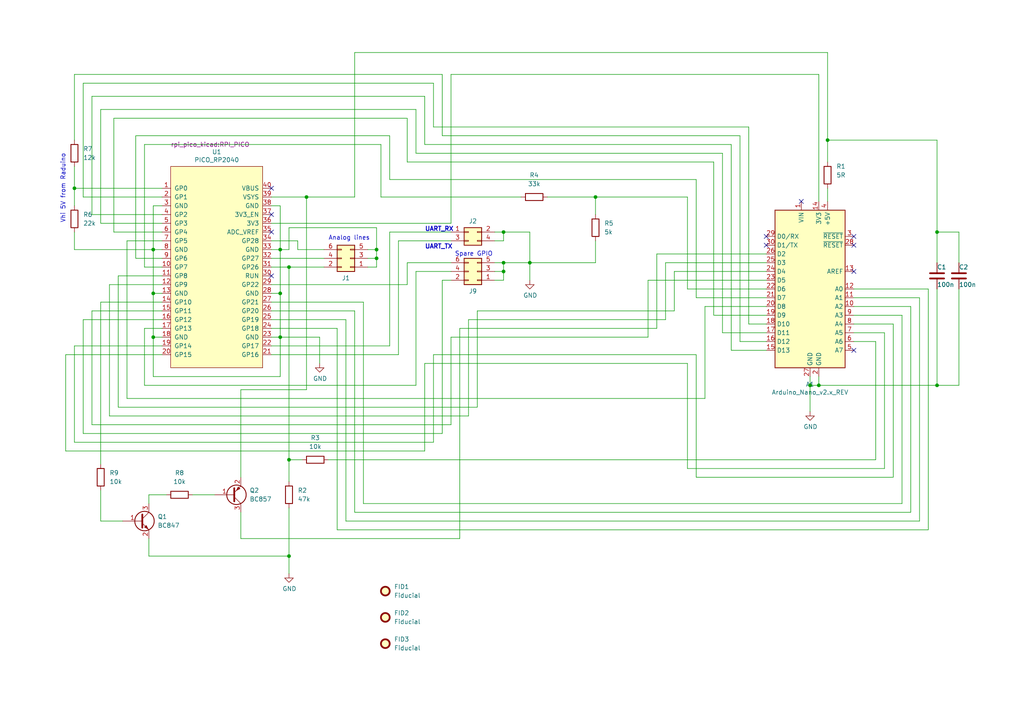
<source format=kicad_sch>
(kicad_sch (version 20230121) (generator eeschema)

  (uuid 25f19813-fa01-48eb-b75c-16adf33b0e24)

  (paper "A4")

  (lib_symbols
    (symbol "Connector_Generic:Conn_02x02_Odd_Even" (pin_names (offset 1.016) hide) (in_bom yes) (on_board yes)
      (property "Reference" "J" (at 1.27 2.54 0)
        (effects (font (size 1.27 1.27)))
      )
      (property "Value" "Conn_02x02_Odd_Even" (at 1.27 -5.08 0)
        (effects (font (size 1.27 1.27)))
      )
      (property "Footprint" "" (at 0 0 0)
        (effects (font (size 1.27 1.27)) hide)
      )
      (property "Datasheet" "~" (at 0 0 0)
        (effects (font (size 1.27 1.27)) hide)
      )
      (property "ki_keywords" "connector" (at 0 0 0)
        (effects (font (size 1.27 1.27)) hide)
      )
      (property "ki_description" "Generic connector, double row, 02x02, odd/even pin numbering scheme (row 1 odd numbers, row 2 even numbers), script generated (kicad-library-utils/schlib/autogen/connector/)" (at 0 0 0)
        (effects (font (size 1.27 1.27)) hide)
      )
      (property "ki_fp_filters" "Connector*:*_2x??_*" (at 0 0 0)
        (effects (font (size 1.27 1.27)) hide)
      )
      (symbol "Conn_02x02_Odd_Even_1_1"
        (rectangle (start -1.27 -2.413) (end 0 -2.667)
          (stroke (width 0.1524) (type default))
          (fill (type none))
        )
        (rectangle (start -1.27 0.127) (end 0 -0.127)
          (stroke (width 0.1524) (type default))
          (fill (type none))
        )
        (rectangle (start -1.27 1.27) (end 3.81 -3.81)
          (stroke (width 0.254) (type default))
          (fill (type background))
        )
        (rectangle (start 3.81 -2.413) (end 2.54 -2.667)
          (stroke (width 0.1524) (type default))
          (fill (type none))
        )
        (rectangle (start 3.81 0.127) (end 2.54 -0.127)
          (stroke (width 0.1524) (type default))
          (fill (type none))
        )
        (pin passive line (at -5.08 0 0) (length 3.81)
          (name "Pin_1" (effects (font (size 1.27 1.27))))
          (number "1" (effects (font (size 1.27 1.27))))
        )
        (pin passive line (at 7.62 0 180) (length 3.81)
          (name "Pin_2" (effects (font (size 1.27 1.27))))
          (number "2" (effects (font (size 1.27 1.27))))
        )
        (pin passive line (at -5.08 -2.54 0) (length 3.81)
          (name "Pin_3" (effects (font (size 1.27 1.27))))
          (number "3" (effects (font (size 1.27 1.27))))
        )
        (pin passive line (at 7.62 -2.54 180) (length 3.81)
          (name "Pin_4" (effects (font (size 1.27 1.27))))
          (number "4" (effects (font (size 1.27 1.27))))
        )
      )
    )
    (symbol "Connector_Generic:Conn_02x03_Odd_Even" (pin_names (offset 1.016) hide) (in_bom yes) (on_board yes)
      (property "Reference" "J" (at 1.27 5.08 0)
        (effects (font (size 1.27 1.27)))
      )
      (property "Value" "Conn_02x03_Odd_Even" (at 1.27 -5.08 0)
        (effects (font (size 1.27 1.27)))
      )
      (property "Footprint" "" (at 0 0 0)
        (effects (font (size 1.27 1.27)) hide)
      )
      (property "Datasheet" "~" (at 0 0 0)
        (effects (font (size 1.27 1.27)) hide)
      )
      (property "ki_keywords" "connector" (at 0 0 0)
        (effects (font (size 1.27 1.27)) hide)
      )
      (property "ki_description" "Generic connector, double row, 02x03, odd/even pin numbering scheme (row 1 odd numbers, row 2 even numbers), script generated (kicad-library-utils/schlib/autogen/connector/)" (at 0 0 0)
        (effects (font (size 1.27 1.27)) hide)
      )
      (property "ki_fp_filters" "Connector*:*_2x??_*" (at 0 0 0)
        (effects (font (size 1.27 1.27)) hide)
      )
      (symbol "Conn_02x03_Odd_Even_1_1"
        (rectangle (start -1.27 -2.413) (end 0 -2.667)
          (stroke (width 0.1524) (type default))
          (fill (type none))
        )
        (rectangle (start -1.27 0.127) (end 0 -0.127)
          (stroke (width 0.1524) (type default))
          (fill (type none))
        )
        (rectangle (start -1.27 2.667) (end 0 2.413)
          (stroke (width 0.1524) (type default))
          (fill (type none))
        )
        (rectangle (start -1.27 3.81) (end 3.81 -3.81)
          (stroke (width 0.254) (type default))
          (fill (type background))
        )
        (rectangle (start 3.81 -2.413) (end 2.54 -2.667)
          (stroke (width 0.1524) (type default))
          (fill (type none))
        )
        (rectangle (start 3.81 0.127) (end 2.54 -0.127)
          (stroke (width 0.1524) (type default))
          (fill (type none))
        )
        (rectangle (start 3.81 2.667) (end 2.54 2.413)
          (stroke (width 0.1524) (type default))
          (fill (type none))
        )
        (pin passive line (at -5.08 2.54 0) (length 3.81)
          (name "Pin_1" (effects (font (size 1.27 1.27))))
          (number "1" (effects (font (size 1.27 1.27))))
        )
        (pin passive line (at 7.62 2.54 180) (length 3.81)
          (name "Pin_2" (effects (font (size 1.27 1.27))))
          (number "2" (effects (font (size 1.27 1.27))))
        )
        (pin passive line (at -5.08 0 0) (length 3.81)
          (name "Pin_3" (effects (font (size 1.27 1.27))))
          (number "3" (effects (font (size 1.27 1.27))))
        )
        (pin passive line (at 7.62 0 180) (length 3.81)
          (name "Pin_4" (effects (font (size 1.27 1.27))))
          (number "4" (effects (font (size 1.27 1.27))))
        )
        (pin passive line (at -5.08 -2.54 0) (length 3.81)
          (name "Pin_5" (effects (font (size 1.27 1.27))))
          (number "5" (effects (font (size 1.27 1.27))))
        )
        (pin passive line (at 7.62 -2.54 180) (length 3.81)
          (name "Pin_6" (effects (font (size 1.27 1.27))))
          (number "6" (effects (font (size 1.27 1.27))))
        )
      )
    )
    (symbol "Device:C" (pin_numbers hide) (pin_names (offset 0.254)) (in_bom yes) (on_board yes)
      (property "Reference" "C" (at 0.635 2.54 0)
        (effects (font (size 1.27 1.27)) (justify left))
      )
      (property "Value" "C" (at 0.635 -2.54 0)
        (effects (font (size 1.27 1.27)) (justify left))
      )
      (property "Footprint" "" (at 0.9652 -3.81 0)
        (effects (font (size 1.27 1.27)) hide)
      )
      (property "Datasheet" "~" (at 0 0 0)
        (effects (font (size 1.27 1.27)) hide)
      )
      (property "ki_keywords" "cap capacitor" (at 0 0 0)
        (effects (font (size 1.27 1.27)) hide)
      )
      (property "ki_description" "Unpolarized capacitor" (at 0 0 0)
        (effects (font (size 1.27 1.27)) hide)
      )
      (property "ki_fp_filters" "C_*" (at 0 0 0)
        (effects (font (size 1.27 1.27)) hide)
      )
      (symbol "C_0_1"
        (polyline
          (pts
            (xy -2.032 -0.762)
            (xy 2.032 -0.762)
          )
          (stroke (width 0.508) (type default))
          (fill (type none))
        )
        (polyline
          (pts
            (xy -2.032 0.762)
            (xy 2.032 0.762)
          )
          (stroke (width 0.508) (type default))
          (fill (type none))
        )
      )
      (symbol "C_1_1"
        (pin passive line (at 0 3.81 270) (length 2.794)
          (name "~" (effects (font (size 1.27 1.27))))
          (number "1" (effects (font (size 1.27 1.27))))
        )
        (pin passive line (at 0 -3.81 90) (length 2.794)
          (name "~" (effects (font (size 1.27 1.27))))
          (number "2" (effects (font (size 1.27 1.27))))
        )
      )
    )
    (symbol "Device:R" (pin_numbers hide) (pin_names (offset 0)) (in_bom yes) (on_board yes)
      (property "Reference" "R" (at 2.032 0 90)
        (effects (font (size 1.27 1.27)))
      )
      (property "Value" "R" (at 0 0 90)
        (effects (font (size 1.27 1.27)))
      )
      (property "Footprint" "" (at -1.778 0 90)
        (effects (font (size 1.27 1.27)) hide)
      )
      (property "Datasheet" "~" (at 0 0 0)
        (effects (font (size 1.27 1.27)) hide)
      )
      (property "ki_keywords" "R res resistor" (at 0 0 0)
        (effects (font (size 1.27 1.27)) hide)
      )
      (property "ki_description" "Resistor" (at 0 0 0)
        (effects (font (size 1.27 1.27)) hide)
      )
      (property "ki_fp_filters" "R_*" (at 0 0 0)
        (effects (font (size 1.27 1.27)) hide)
      )
      (symbol "R_0_1"
        (rectangle (start -1.016 -2.54) (end 1.016 2.54)
          (stroke (width 0.254) (type default))
          (fill (type none))
        )
      )
      (symbol "R_1_1"
        (pin passive line (at 0 3.81 270) (length 1.27)
          (name "~" (effects (font (size 1.27 1.27))))
          (number "1" (effects (font (size 1.27 1.27))))
        )
        (pin passive line (at 0 -3.81 90) (length 1.27)
          (name "~" (effects (font (size 1.27 1.27))))
          (number "2" (effects (font (size 1.27 1.27))))
        )
      )
    )
    (symbol "Mechanical:Fiducial" (in_bom yes) (on_board yes)
      (property "Reference" "FID" (at 0 5.08 0)
        (effects (font (size 1.27 1.27)))
      )
      (property "Value" "Fiducial" (at 0 3.175 0)
        (effects (font (size 1.27 1.27)))
      )
      (property "Footprint" "" (at 0 0 0)
        (effects (font (size 1.27 1.27)) hide)
      )
      (property "Datasheet" "~" (at 0 0 0)
        (effects (font (size 1.27 1.27)) hide)
      )
      (property "ki_keywords" "fiducial marker" (at 0 0 0)
        (effects (font (size 1.27 1.27)) hide)
      )
      (property "ki_description" "Fiducial Marker" (at 0 0 0)
        (effects (font (size 1.27 1.27)) hide)
      )
      (property "ki_fp_filters" "Fiducial*" (at 0 0 0)
        (effects (font (size 1.27 1.27)) hide)
      )
      (symbol "Fiducial_0_1"
        (circle (center 0 0) (radius 1.27)
          (stroke (width 0.508) (type default))
          (fill (type background))
        )
      )
    )
    (symbol "Transistor_BJT:BC847" (pin_names (offset 0) hide) (in_bom yes) (on_board yes)
      (property "Reference" "Q" (at 5.08 1.905 0)
        (effects (font (size 1.27 1.27)) (justify left))
      )
      (property "Value" "BC847" (at 5.08 0 0)
        (effects (font (size 1.27 1.27)) (justify left))
      )
      (property "Footprint" "Package_TO_SOT_SMD:SOT-23" (at 5.08 -1.905 0)
        (effects (font (size 1.27 1.27) italic) (justify left) hide)
      )
      (property "Datasheet" "http://www.infineon.com/dgdl/Infineon-BC847SERIES_BC848SERIES_BC849SERIES_BC850SERIES-DS-v01_01-en.pdf?fileId=db3a304314dca389011541d4630a1657" (at 0 0 0)
        (effects (font (size 1.27 1.27)) (justify left) hide)
      )
      (property "ki_keywords" "NPN Small Signal Transistor" (at 0 0 0)
        (effects (font (size 1.27 1.27)) hide)
      )
      (property "ki_description" "0.1A Ic, 45V Vce, NPN Transistor, SOT-23" (at 0 0 0)
        (effects (font (size 1.27 1.27)) hide)
      )
      (property "ki_fp_filters" "SOT?23*" (at 0 0 0)
        (effects (font (size 1.27 1.27)) hide)
      )
      (symbol "BC847_0_1"
        (polyline
          (pts
            (xy 0.635 0.635)
            (xy 2.54 2.54)
          )
          (stroke (width 0) (type default))
          (fill (type none))
        )
        (polyline
          (pts
            (xy 0.635 -0.635)
            (xy 2.54 -2.54)
            (xy 2.54 -2.54)
          )
          (stroke (width 0) (type default))
          (fill (type none))
        )
        (polyline
          (pts
            (xy 0.635 1.905)
            (xy 0.635 -1.905)
            (xy 0.635 -1.905)
          )
          (stroke (width 0.508) (type default))
          (fill (type none))
        )
        (polyline
          (pts
            (xy 1.27 -1.778)
            (xy 1.778 -1.27)
            (xy 2.286 -2.286)
            (xy 1.27 -1.778)
            (xy 1.27 -1.778)
          )
          (stroke (width 0) (type default))
          (fill (type outline))
        )
        (circle (center 1.27 0) (radius 2.8194)
          (stroke (width 0.254) (type default))
          (fill (type none))
        )
      )
      (symbol "BC847_1_1"
        (pin input line (at -5.08 0 0) (length 5.715)
          (name "B" (effects (font (size 1.27 1.27))))
          (number "1" (effects (font (size 1.27 1.27))))
        )
        (pin passive line (at 2.54 -5.08 90) (length 2.54)
          (name "E" (effects (font (size 1.27 1.27))))
          (number "2" (effects (font (size 1.27 1.27))))
        )
        (pin passive line (at 2.54 5.08 270) (length 2.54)
          (name "C" (effects (font (size 1.27 1.27))))
          (number "3" (effects (font (size 1.27 1.27))))
        )
      )
    )
    (symbol "Transistor_BJT:BC857" (pin_names (offset 0) hide) (in_bom yes) (on_board yes)
      (property "Reference" "Q" (at 5.08 1.905 0)
        (effects (font (size 1.27 1.27)) (justify left))
      )
      (property "Value" "BC857" (at 5.08 0 0)
        (effects (font (size 1.27 1.27)) (justify left))
      )
      (property "Footprint" "Package_TO_SOT_SMD:SOT-23" (at 5.08 -1.905 0)
        (effects (font (size 1.27 1.27) italic) (justify left) hide)
      )
      (property "Datasheet" "https://www.onsemi.com/pub/Collateral/BC860-D.pdf" (at 0 0 0)
        (effects (font (size 1.27 1.27)) (justify left) hide)
      )
      (property "ki_keywords" "PNP transistor" (at 0 0 0)
        (effects (font (size 1.27 1.27)) hide)
      )
      (property "ki_description" "0.1A Ic, 45V Vce, PNP Transistor, SOT-23" (at 0 0 0)
        (effects (font (size 1.27 1.27)) hide)
      )
      (property "ki_fp_filters" "SOT?23*" (at 0 0 0)
        (effects (font (size 1.27 1.27)) hide)
      )
      (symbol "BC857_0_1"
        (polyline
          (pts
            (xy 0.635 0.635)
            (xy 2.54 2.54)
          )
          (stroke (width 0) (type default))
          (fill (type none))
        )
        (polyline
          (pts
            (xy 0.635 -0.635)
            (xy 2.54 -2.54)
            (xy 2.54 -2.54)
          )
          (stroke (width 0) (type default))
          (fill (type none))
        )
        (polyline
          (pts
            (xy 0.635 1.905)
            (xy 0.635 -1.905)
            (xy 0.635 -1.905)
          )
          (stroke (width 0.508) (type default))
          (fill (type none))
        )
        (polyline
          (pts
            (xy 2.286 -1.778)
            (xy 1.778 -2.286)
            (xy 1.27 -1.27)
            (xy 2.286 -1.778)
            (xy 2.286 -1.778)
          )
          (stroke (width 0) (type default))
          (fill (type outline))
        )
        (circle (center 1.27 0) (radius 2.8194)
          (stroke (width 0.254) (type default))
          (fill (type none))
        )
      )
      (symbol "BC857_1_1"
        (pin input line (at -5.08 0 0) (length 5.715)
          (name "B" (effects (font (size 1.27 1.27))))
          (number "1" (effects (font (size 1.27 1.27))))
        )
        (pin passive line (at 2.54 -5.08 90) (length 2.54)
          (name "E" (effects (font (size 1.27 1.27))))
          (number "2" (effects (font (size 1.27 1.27))))
        )
        (pin passive line (at 2.54 5.08 270) (length 2.54)
          (name "C" (effects (font (size 1.27 1.27))))
          (number "3" (effects (font (size 1.27 1.27))))
        )
      )
    )
    (symbol "power:GND" (power) (pin_names (offset 0)) (in_bom yes) (on_board yes)
      (property "Reference" "#PWR" (at 0 -6.35 0)
        (effects (font (size 1.27 1.27)) hide)
      )
      (property "Value" "GND" (at 0 -3.81 0)
        (effects (font (size 1.27 1.27)))
      )
      (property "Footprint" "" (at 0 0 0)
        (effects (font (size 1.27 1.27)) hide)
      )
      (property "Datasheet" "" (at 0 0 0)
        (effects (font (size 1.27 1.27)) hide)
      )
      (property "ki_keywords" "global power" (at 0 0 0)
        (effects (font (size 1.27 1.27)) hide)
      )
      (property "ki_description" "Power symbol creates a global label with name \"GND\" , ground" (at 0 0 0)
        (effects (font (size 1.27 1.27)) hide)
      )
      (symbol "GND_0_1"
        (polyline
          (pts
            (xy 0 0)
            (xy 0 -1.27)
            (xy 1.27 -1.27)
            (xy 0 -2.54)
            (xy -1.27 -1.27)
            (xy 0 -1.27)
          )
          (stroke (width 0) (type default))
          (fill (type none))
        )
      )
      (symbol "GND_1_1"
        (pin power_in line (at 0 0 270) (length 0) hide
          (name "GND" (effects (font (size 1.27 1.27))))
          (number "1" (effects (font (size 1.27 1.27))))
        )
      )
    )
    (symbol "ubitx_pico_kicad-rescue:Arduino_Nano_v2.x_REV-arduino_nano_v2.x_rev" (in_bom yes) (on_board yes)
      (property "Reference" "A" (at -10.16 23.495 0)
        (effects (font (size 1.27 1.27)) (justify left bottom))
      )
      (property "Value" "Arduino_Nano_v2.x_REV-arduino_nano_v2.x_rev" (at 5.08 -24.13 0)
        (effects (font (size 1.27 1.27)) (justify left top))
      )
      (property "Footprint" "Module:Arduino_Nano" (at 0 0 0)
        (effects (font (size 1.27 1.27) italic) hide)
      )
      (property "Datasheet" "" (at 0 0 0)
        (effects (font (size 1.27 1.27)) hide)
      )
      (property "ki_fp_filters" "Arduino*Nano*" (at 0 0 0)
        (effects (font (size 1.27 1.27)) hide)
      )
      (symbol "Arduino_Nano_v2.x_REV-arduino_nano_v2.x_rev_0_1"
        (rectangle (start -10.16 22.86) (end 10.16 -22.86)
          (stroke (width 0.254) (type default))
          (fill (type background))
        )
      )
      (symbol "Arduino_Nano_v2.x_REV-arduino_nano_v2.x_rev_1_1"
        (pin power_in line (at -2.54 25.4 270) (length 2.54)
          (name "VIN" (effects (font (size 1.27 1.27))))
          (number "1" (effects (font (size 1.27 1.27))))
        )
        (pin bidirectional line (at 12.7 -5.08 180) (length 2.54)
          (name "A2" (effects (font (size 1.27 1.27))))
          (number "10" (effects (font (size 1.27 1.27))))
        )
        (pin bidirectional line (at 12.7 -2.54 180) (length 2.54)
          (name "A1" (effects (font (size 1.27 1.27))))
          (number "11" (effects (font (size 1.27 1.27))))
        )
        (pin bidirectional line (at 12.7 0 180) (length 2.54)
          (name "A0" (effects (font (size 1.27 1.27))))
          (number "12" (effects (font (size 1.27 1.27))))
        )
        (pin input line (at 12.7 5.08 180) (length 2.54)
          (name "AREF" (effects (font (size 1.27 1.27))))
          (number "13" (effects (font (size 1.27 1.27))))
        )
        (pin power_out line (at 2.54 25.4 270) (length 2.54)
          (name "3V3" (effects (font (size 1.27 1.27))))
          (number "14" (effects (font (size 1.27 1.27))))
        )
        (pin bidirectional line (at -12.7 -17.78 0) (length 2.54)
          (name "D13" (effects (font (size 1.27 1.27))))
          (number "15" (effects (font (size 1.27 1.27))))
        )
        (pin bidirectional line (at -12.7 -15.24 0) (length 2.54)
          (name "D12" (effects (font (size 1.27 1.27))))
          (number "16" (effects (font (size 1.27 1.27))))
        )
        (pin bidirectional line (at -12.7 -12.7 0) (length 2.54)
          (name "D11" (effects (font (size 1.27 1.27))))
          (number "17" (effects (font (size 1.27 1.27))))
        )
        (pin bidirectional line (at -12.7 -10.16 0) (length 2.54)
          (name "D10" (effects (font (size 1.27 1.27))))
          (number "18" (effects (font (size 1.27 1.27))))
        )
        (pin bidirectional line (at -12.7 -7.62 0) (length 2.54)
          (name "D9" (effects (font (size 1.27 1.27))))
          (number "19" (effects (font (size 1.27 1.27))))
        )
        (pin power_in line (at 2.54 -25.4 90) (length 2.54)
          (name "GND" (effects (font (size 1.27 1.27))))
          (number "2" (effects (font (size 1.27 1.27))))
        )
        (pin bidirectional line (at -12.7 -5.08 0) (length 2.54)
          (name "D8" (effects (font (size 1.27 1.27))))
          (number "20" (effects (font (size 1.27 1.27))))
        )
        (pin bidirectional line (at -12.7 -2.54 0) (length 2.54)
          (name "D7" (effects (font (size 1.27 1.27))))
          (number "21" (effects (font (size 1.27 1.27))))
        )
        (pin bidirectional line (at -12.7 0 0) (length 2.54)
          (name "D6" (effects (font (size 1.27 1.27))))
          (number "22" (effects (font (size 1.27 1.27))))
        )
        (pin bidirectional line (at -12.7 2.54 0) (length 2.54)
          (name "D5" (effects (font (size 1.27 1.27))))
          (number "23" (effects (font (size 1.27 1.27))))
        )
        (pin bidirectional line (at -12.7 5.08 0) (length 2.54)
          (name "D4" (effects (font (size 1.27 1.27))))
          (number "24" (effects (font (size 1.27 1.27))))
        )
        (pin bidirectional line (at -12.7 7.62 0) (length 2.54)
          (name "D3" (effects (font (size 1.27 1.27))))
          (number "25" (effects (font (size 1.27 1.27))))
        )
        (pin bidirectional line (at -12.7 10.16 0) (length 2.54)
          (name "D2" (effects (font (size 1.27 1.27))))
          (number "26" (effects (font (size 1.27 1.27))))
        )
        (pin power_in line (at 0 -25.4 90) (length 2.54)
          (name "GND" (effects (font (size 1.27 1.27))))
          (number "27" (effects (font (size 1.27 1.27))))
        )
        (pin input line (at 12.7 12.7 180) (length 2.54)
          (name "~{RESET}" (effects (font (size 1.27 1.27))))
          (number "28" (effects (font (size 1.27 1.27))))
        )
        (pin bidirectional line (at -12.7 15.24 0) (length 2.54)
          (name "D0/RX" (effects (font (size 1.27 1.27))))
          (number "29" (effects (font (size 1.27 1.27))))
        )
        (pin input line (at 12.7 15.24 180) (length 2.54)
          (name "~{RESET}" (effects (font (size 1.27 1.27))))
          (number "3" (effects (font (size 1.27 1.27))))
        )
        (pin bidirectional line (at -12.7 12.7 0) (length 2.54)
          (name "D1/TX" (effects (font (size 1.27 1.27))))
          (number "30" (effects (font (size 1.27 1.27))))
        )
        (pin power_out line (at 5.08 25.4 270) (length 2.54)
          (name "+5V" (effects (font (size 1.27 1.27))))
          (number "4" (effects (font (size 1.27 1.27))))
        )
        (pin bidirectional line (at 12.7 -17.78 180) (length 2.54)
          (name "A7" (effects (font (size 1.27 1.27))))
          (number "5" (effects (font (size 1.27 1.27))))
        )
        (pin bidirectional line (at 12.7 -15.24 180) (length 2.54)
          (name "A6" (effects (font (size 1.27 1.27))))
          (number "6" (effects (font (size 1.27 1.27))))
        )
        (pin bidirectional line (at 12.7 -12.7 180) (length 2.54)
          (name "A5" (effects (font (size 1.27 1.27))))
          (number "7" (effects (font (size 1.27 1.27))))
        )
        (pin bidirectional line (at 12.7 -10.16 180) (length 2.54)
          (name "A4" (effects (font (size 1.27 1.27))))
          (number "8" (effects (font (size 1.27 1.27))))
        )
        (pin bidirectional line (at 12.7 -7.62 180) (length 2.54)
          (name "A3" (effects (font (size 1.27 1.27))))
          (number "9" (effects (font (size 1.27 1.27))))
        )
      )
    )
    (symbol "ubitx_pico_kicad-rescue:PICO_RP2040-rpi_pico" (pin_names (offset 1.016)) (in_bom yes) (on_board yes)
      (property "Reference" "U" (at -2.54 36.83 0)
        (effects (font (size 1.27 1.27)))
      )
      (property "Value" "PICO_RP2040-rpi_pico" (at -1.27 33.02 0)
        (effects (font (size 1.27 1.27)))
      )
      (property "Footprint" "" (at -2.54 36.83 0)
        (effects (font (size 1.27 1.27)) hide)
      )
      (property "Datasheet" "" (at -2.54 36.83 0)
        (effects (font (size 1.27 1.27)) hide)
      )
      (symbol "PICO_RP2040-rpi_pico_0_1"
        (polyline
          (pts
            (xy -13.97 30.48)
            (xy 12.7 30.48)
            (xy 12.7 -27.94)
            (xy -13.97 -27.94)
            (xy -13.97 30.48)
          )
          (stroke (width 0) (type default))
          (fill (type background))
        )
      )
      (symbol "PICO_RP2040-rpi_pico_1_1"
        (pin tri_state line (at -16.51 24.13 0) (length 2.54)
          (name "GP0" (effects (font (size 1.27 1.27))))
          (number "1" (effects (font (size 1.27 1.27))))
        )
        (pin tri_state line (at -16.51 1.27 0) (length 2.54)
          (name "GP7" (effects (font (size 1.27 1.27))))
          (number "10" (effects (font (size 1.27 1.27))))
        )
        (pin tri_state line (at -16.51 -1.27 0) (length 2.54)
          (name "GP8" (effects (font (size 1.27 1.27))))
          (number "11" (effects (font (size 1.27 1.27))))
        )
        (pin tri_state line (at -16.51 -3.81 0) (length 2.54)
          (name "GP9" (effects (font (size 1.27 1.27))))
          (number "12" (effects (font (size 1.27 1.27))))
        )
        (pin power_in line (at -16.51 -6.35 0) (length 2.54)
          (name "GND" (effects (font (size 1.27 1.27))))
          (number "13" (effects (font (size 1.27 1.27))))
        )
        (pin tri_state line (at -16.51 -8.89 0) (length 2.54)
          (name "GP10" (effects (font (size 1.27 1.27))))
          (number "14" (effects (font (size 1.27 1.27))))
        )
        (pin tri_state line (at -16.51 -11.43 0) (length 2.54)
          (name "GP11" (effects (font (size 1.27 1.27))))
          (number "15" (effects (font (size 1.27 1.27))))
        )
        (pin tri_state line (at -16.51 -13.97 0) (length 2.54)
          (name "GP12" (effects (font (size 1.27 1.27))))
          (number "16" (effects (font (size 1.27 1.27))))
        )
        (pin tri_state line (at -16.51 -16.51 0) (length 2.54)
          (name "GP13" (effects (font (size 1.27 1.27))))
          (number "17" (effects (font (size 1.27 1.27))))
        )
        (pin power_in line (at -16.51 -19.05 0) (length 2.54)
          (name "GND" (effects (font (size 1.27 1.27))))
          (number "18" (effects (font (size 1.27 1.27))))
        )
        (pin tri_state line (at -16.51 -21.59 0) (length 2.54)
          (name "GP14" (effects (font (size 1.27 1.27))))
          (number "19" (effects (font (size 1.27 1.27))))
        )
        (pin tri_state line (at -16.51 21.59 0) (length 2.54)
          (name "GP1" (effects (font (size 1.27 1.27))))
          (number "2" (effects (font (size 1.27 1.27))))
        )
        (pin tri_state line (at -16.51 -24.13 0) (length 2.54)
          (name "GP15" (effects (font (size 1.27 1.27))))
          (number "20" (effects (font (size 1.27 1.27))))
        )
        (pin tri_state line (at 15.24 -24.13 180) (length 2.54)
          (name "GP16" (effects (font (size 1.27 1.27))))
          (number "21" (effects (font (size 1.27 1.27))))
        )
        (pin tri_state line (at 15.24 -21.59 180) (length 2.54)
          (name "GP17" (effects (font (size 1.27 1.27))))
          (number "22" (effects (font (size 1.27 1.27))))
        )
        (pin power_in line (at 15.24 -19.05 180) (length 2.54)
          (name "GND" (effects (font (size 1.27 1.27))))
          (number "23" (effects (font (size 1.27 1.27))))
        )
        (pin tri_state line (at 15.24 -16.51 180) (length 2.54)
          (name "GP18" (effects (font (size 1.27 1.27))))
          (number "24" (effects (font (size 1.27 1.27))))
        )
        (pin tri_state line (at 15.24 -13.97 180) (length 2.54)
          (name "GP19" (effects (font (size 1.27 1.27))))
          (number "25" (effects (font (size 1.27 1.27))))
        )
        (pin tri_state line (at 15.24 -11.43 180) (length 2.54)
          (name "GP20" (effects (font (size 1.27 1.27))))
          (number "26" (effects (font (size 1.27 1.27))))
        )
        (pin tri_state line (at 15.24 -8.89 180) (length 2.54)
          (name "GP21" (effects (font (size 1.27 1.27))))
          (number "27" (effects (font (size 1.27 1.27))))
        )
        (pin power_in line (at 15.24 -6.35 180) (length 2.54)
          (name "GND" (effects (font (size 1.27 1.27))))
          (number "28" (effects (font (size 1.27 1.27))))
        )
        (pin tri_state line (at 15.24 -3.81 180) (length 2.54)
          (name "GP22" (effects (font (size 1.27 1.27))))
          (number "29" (effects (font (size 1.27 1.27))))
        )
        (pin power_in line (at -16.51 19.05 0) (length 2.54)
          (name "GND" (effects (font (size 1.27 1.27))))
          (number "3" (effects (font (size 1.27 1.27))))
        )
        (pin power_in line (at 15.24 -1.27 180) (length 2.54)
          (name "RUN" (effects (font (size 1.27 1.27))))
          (number "30" (effects (font (size 1.27 1.27))))
        )
        (pin tri_state line (at 15.24 1.27 180) (length 2.54)
          (name "GP26" (effects (font (size 1.27 1.27))))
          (number "31" (effects (font (size 1.27 1.27))))
        )
        (pin tri_state line (at 15.24 3.81 180) (length 2.54)
          (name "GP27" (effects (font (size 1.27 1.27))))
          (number "32" (effects (font (size 1.27 1.27))))
        )
        (pin power_in line (at 15.24 6.35 180) (length 2.54)
          (name "GND" (effects (font (size 1.27 1.27))))
          (number "33" (effects (font (size 1.27 1.27))))
        )
        (pin tri_state line (at 15.24 8.89 180) (length 2.54)
          (name "GP28" (effects (font (size 1.27 1.27))))
          (number "34" (effects (font (size 1.27 1.27))))
        )
        (pin power_out line (at 15.24 11.43 180) (length 2.54)
          (name "ADC_VREF" (effects (font (size 1.27 1.27))))
          (number "35" (effects (font (size 1.27 1.27))))
        )
        (pin power_in line (at 15.24 13.97 180) (length 2.54)
          (name "3V3" (effects (font (size 1.27 1.27))))
          (number "36" (effects (font (size 1.27 1.27))))
        )
        (pin power_out line (at 15.24 16.51 180) (length 2.54)
          (name "3V3_EN" (effects (font (size 1.27 1.27))))
          (number "37" (effects (font (size 1.27 1.27))))
        )
        (pin power_in line (at 15.24 19.05 180) (length 2.54)
          (name "GND" (effects (font (size 1.27 1.27))))
          (number "38" (effects (font (size 1.27 1.27))))
        )
        (pin power_in line (at 15.24 21.59 180) (length 2.54)
          (name "VSYS" (effects (font (size 1.27 1.27))))
          (number "39" (effects (font (size 1.27 1.27))))
        )
        (pin tri_state line (at -16.51 16.51 0) (length 2.54)
          (name "GP2" (effects (font (size 1.27 1.27))))
          (number "4" (effects (font (size 1.27 1.27))))
        )
        (pin power_in line (at 15.24 24.13 180) (length 2.54)
          (name "VBUS" (effects (font (size 1.27 1.27))))
          (number "40" (effects (font (size 1.27 1.27))))
        )
        (pin tri_state line (at -16.51 13.97 0) (length 2.54)
          (name "GP3" (effects (font (size 1.27 1.27))))
          (number "5" (effects (font (size 1.27 1.27))))
        )
        (pin tri_state line (at -16.51 11.43 0) (length 2.54)
          (name "GP4" (effects (font (size 1.27 1.27))))
          (number "6" (effects (font (size 1.27 1.27))))
        )
        (pin tri_state line (at -16.51 8.89 0) (length 2.54)
          (name "GP5" (effects (font (size 1.27 1.27))))
          (number "7" (effects (font (size 1.27 1.27))))
        )
        (pin power_in line (at -16.51 6.35 0) (length 2.54)
          (name "GND" (effects (font (size 1.27 1.27))))
          (number "8" (effects (font (size 1.27 1.27))))
        )
        (pin tri_state line (at -16.51 3.81 0) (length 2.54)
          (name "GP6" (effects (font (size 1.27 1.27))))
          (number "9" (effects (font (size 1.27 1.27))))
        )
      )
    )
  )

  (junction (at 240.03 40.64) (diameter 0) (color 0 0 0 0)
    (uuid 06f0ca6f-8190-4efe-bcf8-bc818c03d48c)
  )
  (junction (at 81.28 85.09) (diameter 0) (color 0 0 0 0)
    (uuid 0e4d70e6-482d-4e61-a9e4-fc12df701937)
  )
  (junction (at 146.05 76.2) (diameter 0) (color 0 0 0 0)
    (uuid 19cf13c0-c85c-4cd3-b6e4-cbf41821d386)
  )
  (junction (at 271.78 67.31) (diameter 0) (color 0 0 0 0)
    (uuid 1d7b0bc0-f5dc-42c5-bd78-5e7f00963d19)
  )
  (junction (at 109.22 74.93) (diameter 0) (color 0 0 0 0)
    (uuid 219350d0-0231-4c7e-afc3-890ee552a252)
  )
  (junction (at 109.22 72.39) (diameter 0) (color 0 0 0 0)
    (uuid 31a5eb9f-15bf-49e4-8c81-e71df20c9b0a)
  )
  (junction (at 81.28 97.79) (diameter 0) (color 0 0 0 0)
    (uuid 3aeb3af0-4fa0-4b92-ba57-4a94c0cea7e8)
  )
  (junction (at 237.49 111.76) (diameter 0) (color 0 0 0 0)
    (uuid 41b9fb88-0a40-432c-aefb-6a0af753129b)
  )
  (junction (at 146.05 67.31) (diameter 0) (color 0 0 0 0)
    (uuid 4ca28f56-d4ad-40f9-98e7-3e0ba9c4aef4)
  )
  (junction (at 88.9 57.15) (diameter 0) (color 0 0 0 0)
    (uuid 57034e76-5c76-4f77-afb9-3c3a1cac5fd4)
  )
  (junction (at 83.82 161.29) (diameter 0) (color 0 0 0 0)
    (uuid 63646853-e5ec-4ea2-8b9a-aa256fc0b2ff)
  )
  (junction (at 81.28 72.39) (diameter 0) (color 0 0 0 0)
    (uuid 68a09361-e4fd-44f7-b17c-0a2eb0b0db42)
  )
  (junction (at 21.59 54.61) (diameter 0) (color 0 0 0 0)
    (uuid 7a2ce26f-bbb3-4da5-ad98-f422fb5e68ad)
  )
  (junction (at 234.95 111.76) (diameter 0) (color 0 0 0 0)
    (uuid 7f7b7c9e-bb3d-4f7b-884c-ae112dcf292e)
  )
  (junction (at 44.45 85.09) (diameter 0) (color 0 0 0 0)
    (uuid 88443f86-0eaa-4de9-9676-b7a18b306cbb)
  )
  (junction (at 172.72 57.15) (diameter 0) (color 0 0 0 0)
    (uuid 8b7a9404-67c8-46ed-8a80-8008fff9227b)
  )
  (junction (at 153.67 76.2) (diameter 0) (color 0 0 0 0)
    (uuid 8c7080fb-d1ab-44fd-8df1-bb2d7627bb0d)
  )
  (junction (at 44.45 97.79) (diameter 0) (color 0 0 0 0)
    (uuid 9aced9bd-369a-4657-bc79-5d8833523f69)
  )
  (junction (at 44.45 72.39) (diameter 0) (color 0 0 0 0)
    (uuid a12e4a10-e478-4bac-bc7c-5cbc4de9ffe5)
  )
  (junction (at 83.82 133.35) (diameter 0) (color 0 0 0 0)
    (uuid bf4ab249-38e3-4f0d-9219-358d42796294)
  )
  (junction (at 271.78 111.76) (diameter 0) (color 0 0 0 0)
    (uuid d1a2fb02-56fd-4d78-99f7-bbd1fdeb6ffd)
  )
  (junction (at 146.05 78.74) (diameter 0) (color 0 0 0 0)
    (uuid f2c6687b-65b3-4d19-8c44-b7edb57f8f0b)
  )
  (junction (at 83.82 77.47) (diameter 0) (color 0 0 0 0)
    (uuid ff371047-cd32-4354-b8e9-8f3a2fa9fa06)
  )

  (no_connect (at 78.74 67.31) (uuid 2dcdda3d-c3f6-4a00-a140-8677c89d4681))
  (no_connect (at 232.41 58.42) (uuid 41d15216-fe2a-4503-a89f-c9803c746673))
  (no_connect (at 78.74 62.23) (uuid 4a46af32-8477-4649-9bbf-edd5e42cef6e))
  (no_connect (at 78.74 80.01) (uuid 5a0f431d-c7b0-4f95-afd0-7e36534126c6))
  (no_connect (at 247.65 71.12) (uuid 6a2f7449-c001-4b37-987d-7cb771d49641))
  (no_connect (at 247.65 68.58) (uuid 75f83a4d-0ff5-4017-8499-e8b86914d77b))
  (no_connect (at 222.25 71.12) (uuid be92dd82-4817-4d8a-9a1c-0cd5076be3f8))
  (no_connect (at 247.65 101.6) (uuid e31bba94-3ff3-4904-8f1b-70babcdebbdf))
  (no_connect (at 222.25 68.58) (uuid e7b4c5bd-a531-46f9-8445-a2563b78301e))
  (no_connect (at 78.74 54.61) (uuid f4fb4807-93bb-4434-a10a-b27bef43cd44))
  (no_connect (at 247.65 78.74) (uuid f85ab6e6-94dd-4e13-a2ea-de36880e1e40))

  (wire (pts (xy 153.67 76.2) (xy 172.72 76.2))
    (stroke (width 0) (type default))
    (uuid 00c2ff38-3e97-4e04-a186-3ca522965351)
  )
  (wire (pts (xy 81.28 72.39) (xy 81.28 85.09))
    (stroke (width 0) (type default))
    (uuid 00e4535a-00d0-49b5-a99d-28ea750e5711)
  )
  (wire (pts (xy 83.82 161.29) (xy 83.82 166.37))
    (stroke (width 0) (type default))
    (uuid 013e2bcc-ca49-4d4c-b777-ef5a8ab1dde4)
  )
  (wire (pts (xy 187.96 81.28) (xy 222.25 81.28))
    (stroke (width 0) (type default))
    (uuid 01e12adf-dab2-4c45-a91f-9cde469f239e)
  )
  (wire (pts (xy 36.83 115.57) (xy 204.47 115.57))
    (stroke (width 0) (type default))
    (uuid 051538b2-b5ff-483e-b071-87ede723f3c5)
  )
  (wire (pts (xy 26.67 123.19) (xy 130.81 123.19))
    (stroke (width 0) (type default))
    (uuid 06ce0824-e8ec-4c46-bae8-1fb2ecf99dbc)
  )
  (wire (pts (xy 133.35 95.25) (xy 133.35 156.21))
    (stroke (width 0) (type default))
    (uuid 0841eff7-4bf8-4c1d-b6e0-89609789cb13)
  )
  (wire (pts (xy 24.13 24.13) (xy 125.73 24.13))
    (stroke (width 0) (type default))
    (uuid 0a8c98b2-94b7-4fd9-8576-eeaeec7209d2)
  )
  (wire (pts (xy 41.91 41.91) (xy 41.91 77.47))
    (stroke (width 0) (type default))
    (uuid 0b6e838a-3642-4f54-96cb-d742bd805ab0)
  )
  (wire (pts (xy 234.95 109.22) (xy 234.95 111.76))
    (stroke (width 0) (type default))
    (uuid 0c05454b-9eb0-4f17-8b79-506fc91a5ded)
  )
  (wire (pts (xy 278.13 67.31) (xy 271.78 67.31))
    (stroke (width 0) (type default))
    (uuid 0c7f1b1d-a62b-49f9-bb8e-880c99b95ca4)
  )
  (wire (pts (xy 217.17 93.98) (xy 222.25 93.98))
    (stroke (width 0) (type default))
    (uuid 0f6905a6-a0f6-4df6-aa71-c29b8b3f3d56)
  )
  (wire (pts (xy 237.49 109.22) (xy 237.49 111.76))
    (stroke (width 0) (type default))
    (uuid 1047bef3-6765-4211-bc2f-aaa3ca86155c)
  )
  (wire (pts (xy 86.36 72.39) (xy 86.36 69.85))
    (stroke (width 0) (type default))
    (uuid 10b34fc9-409c-46a4-9fe8-15bb9e28e8a7)
  )
  (wire (pts (xy 39.37 74.93) (xy 39.37 39.37))
    (stroke (width 0) (type default))
    (uuid 113385ee-fc13-4026-bba4-26a65a8f9d62)
  )
  (wire (pts (xy 199.39 135.89) (xy 256.54 135.89))
    (stroke (width 0) (type default))
    (uuid 11db18dc-fb68-4ea1-8954-b04cc60bfe8d)
  )
  (wire (pts (xy 78.74 87.63) (xy 105.41 87.63))
    (stroke (width 0) (type default))
    (uuid 121a2320-d746-4661-8aca-e60fcf3cf989)
  )
  (wire (pts (xy 109.22 66.04) (xy 109.22 72.39))
    (stroke (width 0) (type default))
    (uuid 128887df-f3ca-4647-9e00-550e9c4e994c)
  )
  (wire (pts (xy 102.87 15.24) (xy 240.03 15.24))
    (stroke (width 0) (type default))
    (uuid 12c3d5ab-529b-43bf-942a-408f4b297c2d)
  )
  (wire (pts (xy 81.28 59.69) (xy 78.74 59.69))
    (stroke (width 0) (type default))
    (uuid 13833863-941f-4537-828b-217861748a2b)
  )
  (wire (pts (xy 209.55 96.52) (xy 222.25 96.52))
    (stroke (width 0) (type default))
    (uuid 1506e2c7-d53b-4b43-8137-7dcadd60067c)
  )
  (wire (pts (xy 234.95 111.76) (xy 237.49 111.76))
    (stroke (width 0) (type default))
    (uuid 16877130-b3a0-40c3-8ebf-e43bf3faae6a)
  )
  (wire (pts (xy 83.82 147.32) (xy 83.82 161.29))
    (stroke (width 0) (type default))
    (uuid 1765dbf9-afe1-4545-acdf-3ef5c6042f98)
  )
  (wire (pts (xy 88.9 113.03) (xy 88.9 57.15))
    (stroke (width 0) (type default))
    (uuid 196eb316-21bf-4891-8263-0f0f35e4af77)
  )
  (wire (pts (xy 33.02 67.31) (xy 46.99 67.31))
    (stroke (width 0) (type default))
    (uuid 1a4d97cb-8cfa-4914-b399-8e2ca31e8d2e)
  )
  (wire (pts (xy 222.25 101.6) (xy 212.09 101.6))
    (stroke (width 0) (type default))
    (uuid 1b3f1b59-0b43-4559-be4c-5907893a1af1)
  )
  (wire (pts (xy 105.41 87.63) (xy 105.41 146.05))
    (stroke (width 0) (type default))
    (uuid 1c5bebae-6ffb-4a90-af93-45e69dac4a74)
  )
  (wire (pts (xy 78.74 97.79) (xy 81.28 97.79))
    (stroke (width 0) (type default))
    (uuid 1fc4a83c-83fa-4b87-b6cc-1997feacef0e)
  )
  (wire (pts (xy 130.81 97.79) (xy 187.96 97.79))
    (stroke (width 0) (type default))
    (uuid 210b8ce5-345b-4cfd-856f-fdf750069fc6)
  )
  (wire (pts (xy 135.89 92.71) (xy 193.04 92.71))
    (stroke (width 0) (type default))
    (uuid 21ba933b-d13c-41c8-9762-f00719ee35ca)
  )
  (wire (pts (xy 264.16 88.9) (xy 247.65 88.9))
    (stroke (width 0) (type default))
    (uuid 2319abf7-32a7-42b7-8265-f3daccf74933)
  )
  (wire (pts (xy 44.45 97.79) (xy 44.45 109.22))
    (stroke (width 0) (type default))
    (uuid 23377c1a-fc87-4a19-8725-94f018bbcc04)
  )
  (wire (pts (xy 44.45 59.69) (xy 46.99 59.69))
    (stroke (width 0) (type default))
    (uuid 234185f9-6685-42c0-a651-bbfe205ee35f)
  )
  (wire (pts (xy 125.73 24.13) (xy 125.73 36.83))
    (stroke (width 0) (type default))
    (uuid 25e366e8-fe32-49c4-a68d-8135a8c0e4fa)
  )
  (wire (pts (xy 78.74 57.15) (xy 88.9 57.15))
    (stroke (width 0) (type default))
    (uuid 26bd3786-7a37-44b7-82a2-c0ca869b5ee7)
  )
  (wire (pts (xy 118.11 76.2) (xy 130.81 76.2))
    (stroke (width 0) (type default))
    (uuid 2a2fe205-7f52-49c4-9577-a56c174cf25a)
  )
  (wire (pts (xy 153.67 67.31) (xy 146.05 67.31))
    (stroke (width 0) (type default))
    (uuid 2ae322d1-4d16-43b4-8b7a-c1af9c6271d9)
  )
  (wire (pts (xy 151.13 57.15) (xy 110.49 57.15))
    (stroke (width 0) (type default))
    (uuid 2c43342d-d874-4454-8e61-82fe96961400)
  )
  (wire (pts (xy 81.28 97.79) (xy 92.71 97.79))
    (stroke (width 0) (type default))
    (uuid 2c7fe8c6-4945-401f-8648-7fb3b02ff61c)
  )
  (wire (pts (xy 39.37 39.37) (xy 113.03 39.37))
    (stroke (width 0) (type default))
    (uuid 2e531216-2a75-414b-b32e-ef977d2bd363)
  )
  (wire (pts (xy 204.47 88.9) (xy 204.47 115.57))
    (stroke (width 0) (type default))
    (uuid 2e59ba3f-e825-4c03-a303-f6deb57466cf)
  )
  (wire (pts (xy 201.93 52.07) (xy 201.93 86.36))
    (stroke (width 0) (type default))
    (uuid 2f15ffb7-4c98-4a60-9934-de969eb043d9)
  )
  (wire (pts (xy 113.03 100.33) (xy 113.03 67.31))
    (stroke (width 0) (type default))
    (uuid 2f29e8fb-a670-49d1-85c8-615dc75a8520)
  )
  (wire (pts (xy 83.82 72.39) (xy 81.28 72.39))
    (stroke (width 0) (type default))
    (uuid 301bdee8-8fd4-4d37-beeb-735e03e5fd6b)
  )
  (wire (pts (xy 199.39 105.41) (xy 199.39 135.89))
    (stroke (width 0) (type default))
    (uuid 318cab05-187e-426a-adbf-93ed9ecd11d8)
  )
  (wire (pts (xy 146.05 67.31) (xy 146.05 69.85))
    (stroke (width 0) (type default))
    (uuid 31f78839-c27f-495d-9c47-0f5a2c82fbab)
  )
  (wire (pts (xy 201.93 102.87) (xy 201.93 138.43))
    (stroke (width 0) (type default))
    (uuid 347a446a-7719-433d-9895-8b8812c6008a)
  )
  (wire (pts (xy 261.62 91.44) (xy 261.62 146.05))
    (stroke (width 0) (type default))
    (uuid 3538c5c9-284f-41ad-a2af-391a83f6d731)
  )
  (wire (pts (xy 115.57 69.85) (xy 130.81 69.85))
    (stroke (width 0) (type default))
    (uuid 35c28d69-6570-4bf8-bb04-2a0dd8686994)
  )
  (wire (pts (xy 55.88 143.51) (xy 62.23 143.51))
    (stroke (width 0) (type default))
    (uuid 37e824c6-cb3f-45b4-aa93-be7c0b7488b4)
  )
  (wire (pts (xy 123.19 27.94) (xy 123.19 41.91))
    (stroke (width 0) (type default))
    (uuid 38c15c92-771e-4271-8b96-5b126ae23f99)
  )
  (wire (pts (xy 113.03 52.07) (xy 201.93 52.07))
    (stroke (width 0) (type default))
    (uuid 3a228297-5e3c-46ad-8c77-9921c4470cd6)
  )
  (wire (pts (xy 78.74 77.47) (xy 83.82 77.47))
    (stroke (width 0) (type default))
    (uuid 3b0ca7e4-9d4b-45a7-bf72-17da04964228)
  )
  (wire (pts (xy 187.96 97.79) (xy 187.96 81.28))
    (stroke (width 0) (type default))
    (uuid 3b377db0-93c4-4c46-b47e-21dcd76ff1de)
  )
  (wire (pts (xy 69.85 156.21) (xy 133.35 156.21))
    (stroke (width 0) (type default))
    (uuid 3ce80d14-7dbd-497b-9d7b-1da725259195)
  )
  (wire (pts (xy 21.59 21.59) (xy 128.27 21.59))
    (stroke (width 0) (type default))
    (uuid 3e0ff50a-3ad5-4c20-88a0-450dbd186256)
  )
  (wire (pts (xy 193.04 76.2) (xy 193.04 92.71))
    (stroke (width 0) (type default))
    (uuid 3ea2fd2d-dbc9-4786-b791-ee3a0604d190)
  )
  (wire (pts (xy 247.65 83.82) (xy 269.24 83.82))
    (stroke (width 0) (type default))
    (uuid 3ec9bd25-0dbf-4aaa-bd0c-702a7783c032)
  )
  (wire (pts (xy 44.45 109.22) (xy 81.28 109.22))
    (stroke (width 0) (type default))
    (uuid 3f5fb154-1c0c-4fc1-a947-89a6d945f6ef)
  )
  (wire (pts (xy 41.91 77.47) (xy 46.99 77.47))
    (stroke (width 0) (type default))
    (uuid 3f702279-489a-4382-9f5a-55e0ca157404)
  )
  (wire (pts (xy 46.99 97.79) (xy 44.45 97.79))
    (stroke (width 0) (type default))
    (uuid 44147f9d-94c6-4b51-9ee3-d2ce6e2b26ee)
  )
  (wire (pts (xy 146.05 76.2) (xy 146.05 78.74))
    (stroke (width 0) (type default))
    (uuid 48f3284b-3988-4763-867b-7b304527b16b)
  )
  (wire (pts (xy 125.73 36.83) (xy 217.17 36.83))
    (stroke (width 0) (type default))
    (uuid 49322008-7ed2-4e21-9d39-ca9bf8911c89)
  )
  (wire (pts (xy 43.18 156.21) (xy 43.18 161.29))
    (stroke (width 0) (type default))
    (uuid 49e4ceeb-9e82-47b7-a2e3-d4449b19d911)
  )
  (wire (pts (xy 120.65 111.76) (xy 120.65 78.74))
    (stroke (width 0) (type default))
    (uuid 4b0df676-3148-4c38-b95f-8f6be0a1f4bd)
  )
  (wire (pts (xy 254 133.35) (xy 254 99.06))
    (stroke (width 0) (type default))
    (uuid 4c1b80ad-6e25-4417-8e85-839b41505ee0)
  )
  (wire (pts (xy 266.7 86.36) (xy 247.65 86.36))
    (stroke (width 0) (type default))
    (uuid 4c8a749e-a89f-4332-bf3d-cb71a0e8d64a)
  )
  (wire (pts (xy 240.03 40.64) (xy 240.03 46.99))
    (stroke (width 0) (type default))
    (uuid 4cb7c07e-5ed6-4415-91f3-66cb5187b49d)
  )
  (wire (pts (xy 21.59 72.39) (xy 44.45 72.39))
    (stroke (width 0) (type default))
    (uuid 4cce92a1-1b61-4f4b-9279-19f5126f0fba)
  )
  (wire (pts (xy 118.11 34.29) (xy 33.02 34.29))
    (stroke (width 0) (type default))
    (uuid 4d09a486-4c3a-4a0f-91ea-1dc29874c50a)
  )
  (wire (pts (xy 95.25 133.35) (xy 254 133.35))
    (stroke (width 0) (type default))
    (uuid 4f0be9a0-d634-4179-94e5-7f98d58556da)
  )
  (wire (pts (xy 78.74 64.77) (xy 130.81 64.77))
    (stroke (width 0) (type default))
    (uuid 4fafe964-0b3f-4cd0-a336-78bddd03cc26)
  )
  (wire (pts (xy 123.19 105.41) (xy 199.39 105.41))
    (stroke (width 0) (type default))
    (uuid 501533c2-2c8f-4d44-a739-98f41ef9cdbb)
  )
  (wire (pts (xy 34.29 118.11) (xy 138.43 118.11))
    (stroke (width 0) (type default))
    (uuid 50c022eb-f6ef-4509-8526-95cb109c543a)
  )
  (wire (pts (xy 130.81 21.59) (xy 237.49 21.59))
    (stroke (width 0) (type default))
    (uuid 52e34c38-3af6-48e5-8f91-3e6a7cd043de)
  )
  (wire (pts (xy 128.27 81.28) (xy 128.27 125.73))
    (stroke (width 0) (type default))
    (uuid 5605f405-211b-4d78-977b-cb452884245d)
  )
  (wire (pts (xy 128.27 81.28) (xy 130.81 81.28))
    (stroke (width 0) (type default))
    (uuid 5616a5f5-0d07-4058-b70d-968446f8a90a)
  )
  (wire (pts (xy 195.58 78.74) (xy 222.25 78.74))
    (stroke (width 0) (type default))
    (uuid 56ee3ad2-10cd-4153-9bb3-525e82c7548d)
  )
  (wire (pts (xy 78.74 74.93) (xy 93.98 74.93))
    (stroke (width 0) (type default))
    (uuid 5786dd72-cb8c-4bba-9dc7-4d54893ab343)
  )
  (wire (pts (xy 21.59 54.61) (xy 46.99 54.61))
    (stroke (width 0) (type default))
    (uuid 57933487-daf4-4e52-99b0-dcc4f65a222b)
  )
  (wire (pts (xy 222.25 86.36) (xy 201.93 86.36))
    (stroke (width 0) (type default))
    (uuid 586ca598-87a7-4689-88bf-f6a0ac8515f1)
  )
  (wire (pts (xy 240.03 15.24) (xy 240.03 40.64))
    (stroke (width 0) (type default))
    (uuid 59156cb5-79b7-405e-bf17-fad0220b603d)
  )
  (wire (pts (xy 81.28 72.39) (xy 78.74 72.39))
    (stroke (width 0) (type default))
    (uuid 59343687-fe44-451a-9e4d-f93cbd88d055)
  )
  (wire (pts (xy 240.03 40.64) (xy 271.78 40.64))
    (stroke (width 0) (type default))
    (uuid 5a9fcee6-87bd-4c16-82a8-2d0620cc743e)
  )
  (wire (pts (xy 212.09 41.91) (xy 212.09 101.6))
    (stroke (width 0) (type default))
    (uuid 5befa8db-ebfe-4f9e-8c00-58b13842bf7c)
  )
  (wire (pts (xy 44.45 85.09) (xy 44.45 97.79))
    (stroke (width 0) (type default))
    (uuid 5f251b8d-1414-4e9c-a7cb-3906a65b0348)
  )
  (wire (pts (xy 41.91 111.76) (xy 120.65 111.76))
    (stroke (width 0) (type default))
    (uuid 5faf378e-5c8d-44a1-83de-b36da73f0013)
  )
  (wire (pts (xy 29.21 87.63) (xy 46.99 87.63))
    (stroke (width 0) (type default))
    (uuid 5fce1d36-0eff-4430-945e-8b6e43ad3533)
  )
  (wire (pts (xy 254 99.06) (xy 247.65 99.06))
    (stroke (width 0) (type default))
    (uuid 605a8ede-11e5-4344-92b8-be466b285cd8)
  )
  (wire (pts (xy 44.45 72.39) (xy 46.99 72.39))
    (stroke (width 0) (type default))
    (uuid 60a03b93-6cbb-4119-b837-cc7461c50b83)
  )
  (wire (pts (xy 86.36 72.39) (xy 93.98 72.39))
    (stroke (width 0) (type default))
    (uuid 60ae60b5-2d5a-4955-b5ea-0f5d58888841)
  )
  (wire (pts (xy 46.99 95.25) (xy 41.91 95.25))
    (stroke (width 0) (type default))
    (uuid 616f8bbd-5cee-4c07-a7a2-e9df2f89150e)
  )
  (wire (pts (xy 78.74 69.85) (xy 86.36 69.85))
    (stroke (width 0) (type default))
    (uuid 61e05a04-1132-4443-b53d-812ed63b6be0)
  )
  (wire (pts (xy 234.95 119.38) (xy 234.95 111.76))
    (stroke (width 0) (type default))
    (uuid 62e9ba01-451b-4f94-9f9b-936c5bc118fe)
  )
  (wire (pts (xy 83.82 133.35) (xy 87.63 133.35))
    (stroke (width 0) (type default))
    (uuid 63445515-6a14-4b45-a1db-10ee082daadd)
  )
  (wire (pts (xy 26.67 27.94) (xy 123.19 27.94))
    (stroke (width 0) (type default))
    (uuid 64456d10-86cf-456c-9cbb-535829bc0bf8)
  )
  (wire (pts (xy 123.19 41.91) (xy 212.09 41.91))
    (stroke (width 0) (type default))
    (uuid 656fbcea-9890-4335-b10f-95847741ff4d)
  )
  (wire (pts (xy 46.99 90.17) (xy 26.67 90.17))
    (stroke (width 0) (type default))
    (uuid 66c8f5e0-288a-46d8-9f8c-c6f9608097c9)
  )
  (wire (pts (xy 21.59 100.33) (xy 21.59 128.27))
    (stroke (width 0) (type default))
    (uuid 67c8d9c9-e414-47cd-b5d0-0af440740f7c)
  )
  (wire (pts (xy 81.28 59.69) (xy 81.28 72.39))
    (stroke (width 0) (type default))
    (uuid 6c5506da-52a8-4990-80b8-953c0ad489cf)
  )
  (wire (pts (xy 138.43 118.11) (xy 138.43 90.17))
    (stroke (width 0) (type default))
    (uuid 6cf0f02d-b2e9-4642-8057-1196f6da0812)
  )
  (wire (pts (xy 46.99 85.09) (xy 44.45 85.09))
    (stroke (width 0) (type default))
    (uuid 6d857a69-0151-48af-b809-3c74f956b4bd)
  )
  (wire (pts (xy 24.13 57.15) (xy 24.13 24.13))
    (stroke (width 0) (type default))
    (uuid 6e575d74-fd77-4b84-83cc-f85761c02bd0)
  )
  (wire (pts (xy 209.55 44.45) (xy 209.55 96.52))
    (stroke (width 0) (type default))
    (uuid 6fc76cfc-fc76-4c61-9e1e-b60d41e2f398)
  )
  (wire (pts (xy 102.87 148.59) (xy 264.16 148.59))
    (stroke (width 0) (type default))
    (uuid 70516b85-be98-4713-ae5a-cdc19fcd7746)
  )
  (wire (pts (xy 46.99 64.77) (xy 29.21 64.77))
    (stroke (width 0) (type default))
    (uuid 717b0e01-df86-4717-8d7a-eefd439c2ef2)
  )
  (wire (pts (xy 172.72 57.15) (xy 172.72 62.23))
    (stroke (width 0) (type default))
    (uuid 72527d93-c0c5-4210-b9d6-fe9b53ecfd90)
  )
  (wire (pts (xy 214.63 99.06) (xy 222.25 99.06))
    (stroke (width 0) (type default))
    (uuid 725f78c0-64f4-439a-b929-8fe04d16d662)
  )
  (wire (pts (xy 26.67 90.17) (xy 26.67 123.19))
    (stroke (width 0) (type default))
    (uuid 74b67792-d14d-4b25-9c46-8c3065dd9ebb)
  )
  (wire (pts (xy 113.03 67.31) (xy 130.81 67.31))
    (stroke (width 0) (type default))
    (uuid 75899663-ebd8-4fde-8561-a86b46fc874b)
  )
  (wire (pts (xy 24.13 125.73) (xy 128.27 125.73))
    (stroke (width 0) (type default))
    (uuid 758a4f36-eae7-44da-9b64-974c78b3f227)
  )
  (wire (pts (xy 109.22 74.93) (xy 109.22 77.47))
    (stroke (width 0) (type default))
    (uuid 775ae27b-41ed-4a20-9158-1dfb4bdc1452)
  )
  (wire (pts (xy 21.59 48.26) (xy 21.59 54.61))
    (stroke (width 0) (type default))
    (uuid 7791a02e-742d-43c5-ab5a-559b28b388a6)
  )
  (wire (pts (xy 146.05 67.31) (xy 143.51 67.31))
    (stroke (width 0) (type default))
    (uuid 79471e32-ce6f-4437-9b54-ac18a0485cd3)
  )
  (wire (pts (xy 83.82 77.47) (xy 83.82 133.35))
    (stroke (width 0) (type default))
    (uuid 7be37031-0e67-4928-a036-70955fac6811)
  )
  (wire (pts (xy 172.72 57.15) (xy 199.39 57.15))
    (stroke (width 0) (type default))
    (uuid 7d6a50d5-6246-4cf1-87e9-86a56685931e)
  )
  (wire (pts (xy 44.45 59.69) (xy 44.45 72.39))
    (stroke (width 0) (type default))
    (uuid 7e483313-49f1-4cf3-8e2e-ad1e43ff7810)
  )
  (wire (pts (xy 46.99 82.55) (xy 31.75 82.55))
    (stroke (width 0) (type default))
    (uuid 7eab4ba5-2b08-4b02-9a20-7cbc6746a787)
  )
  (wire (pts (xy 29.21 151.13) (xy 35.56 151.13))
    (stroke (width 0) (type default))
    (uuid 838ba5ef-bf54-4523-a986-7a632bd649c7)
  )
  (wire (pts (xy 19.05 130.81) (xy 123.19 130.81))
    (stroke (width 0) (type default))
    (uuid 84df1970-8218-4cb0-87c0-4f20b61d3cf2)
  )
  (wire (pts (xy 83.82 66.04) (xy 83.82 72.39))
    (stroke (width 0) (type default))
    (uuid 859fa726-9c87-4c30-97a5-a246f12eaeb0)
  )
  (wire (pts (xy 19.05 102.87) (xy 19.05 130.81))
    (stroke (width 0) (type default))
    (uuid 8727c1ef-a43f-402b-b9a4-9f85c4061295)
  )
  (wire (pts (xy 69.85 148.59) (xy 69.85 156.21))
    (stroke (width 0) (type default))
    (uuid 872cf68d-eda3-42ee-8c0c-8d88e6ccb033)
  )
  (wire (pts (xy 130.81 123.19) (xy 130.81 97.79))
    (stroke (width 0) (type default))
    (uuid 8846c4da-14e7-4119-b77a-b8f2a6c93f86)
  )
  (wire (pts (xy 78.74 100.33) (xy 113.03 100.33))
    (stroke (width 0) (type default))
    (uuid 8a6671b4-706c-47eb-b80c-03c0598a22ae)
  )
  (wire (pts (xy 158.75 57.15) (xy 172.72 57.15))
    (stroke (width 0) (type default))
    (uuid 8ae6b602-db02-4d8e-a00a-5512e1457d15)
  )
  (wire (pts (xy 259.08 93.98) (xy 247.65 93.98))
    (stroke (width 0) (type default))
    (uuid 8b1d8211-9d9a-435d-a3c9-f84be42c3a56)
  )
  (wire (pts (xy 36.83 69.85) (xy 46.99 69.85))
    (stroke (width 0) (type default))
    (uuid 8bd3f37c-1a09-487f-aedf-0200fe6268a5)
  )
  (wire (pts (xy 190.5 73.66) (xy 190.5 95.25))
    (stroke (width 0) (type default))
    (uuid 8c70ad4d-f6bf-4ada-8b01-6dbffdc11764)
  )
  (wire (pts (xy 256.54 96.52) (xy 256.54 135.89))
    (stroke (width 0) (type default))
    (uuid 8eadb01c-8cb4-4bb6-8129-df163701688f)
  )
  (wire (pts (xy 44.45 72.39) (xy 44.45 85.09))
    (stroke (width 0) (type default))
    (uuid 8ec5b396-6f6f-4b06-8d11-4f1bc99e1b1b)
  )
  (wire (pts (xy 125.73 128.27) (xy 125.73 102.87))
    (stroke (width 0) (type default))
    (uuid 917b84e5-4805-4eb0-b3a9-4e7e5999a62e)
  )
  (wire (pts (xy 43.18 161.29) (xy 83.82 161.29))
    (stroke (width 0) (type default))
    (uuid 92b6cd12-9ee8-4c63-b63a-f16328583325)
  )
  (wire (pts (xy 240.03 58.42) (xy 240.03 54.61))
    (stroke (width 0) (type default))
    (uuid 92da308a-2c3d-41b1-ab87-bbb52ecf5ca0)
  )
  (wire (pts (xy 237.49 111.76) (xy 271.78 111.76))
    (stroke (width 0) (type default))
    (uuid 92eb4d1f-a480-45ff-946b-e29f27e52b25)
  )
  (wire (pts (xy 120.65 31.75) (xy 120.65 44.45))
    (stroke (width 0) (type default))
    (uuid 92efea8f-49cd-4453-a44f-497aa44159ab)
  )
  (wire (pts (xy 266.7 86.36) (xy 266.7 151.13))
    (stroke (width 0) (type default))
    (uuid 934372a5-2915-4e9f-8956-a7596fbfbd73)
  )
  (wire (pts (xy 143.51 81.28) (xy 146.05 81.28))
    (stroke (width 0) (type default))
    (uuid 93d446ef-07d3-48f1-abc3-73a977278276)
  )
  (wire (pts (xy 33.02 34.29) (xy 33.02 67.31))
    (stroke (width 0) (type default))
    (uuid 952d0f4e-2461-467d-a1ff-1330590edb94)
  )
  (wire (pts (xy 29.21 87.63) (xy 29.21 134.62))
    (stroke (width 0) (type default))
    (uuid 986a0722-b5e6-42f5-b1f7-800157bea757)
  )
  (wire (pts (xy 195.58 78.74) (xy 195.58 90.17))
    (stroke (width 0) (type default))
    (uuid 9c430752-7bae-4412-a0f8-1670f647ccb7)
  )
  (wire (pts (xy 83.82 77.47) (xy 93.98 77.47))
    (stroke (width 0) (type default))
    (uuid 9c622daf-3720-4dfa-a17a-70a67458d1c9)
  )
  (wire (pts (xy 190.5 73.66) (xy 222.25 73.66))
    (stroke (width 0) (type default))
    (uuid 9c6bd91c-ca4b-407a-859c-5f81225394a5)
  )
  (wire (pts (xy 118.11 46.99) (xy 207.01 46.99))
    (stroke (width 0) (type default))
    (uuid 9ced7aa2-d5d2-40a1-9b18-7cb76b80445f)
  )
  (wire (pts (xy 261.62 91.44) (xy 247.65 91.44))
    (stroke (width 0) (type default))
    (uuid 9d29ae36-b2d7-457e-8364-27830ea56ba4)
  )
  (wire (pts (xy 109.22 66.04) (xy 83.82 66.04))
    (stroke (width 0) (type default))
    (uuid a0741fa4-802b-4f90-9889-439861a201e2)
  )
  (wire (pts (xy 78.74 82.55) (xy 118.11 82.55))
    (stroke (width 0) (type default))
    (uuid a0d29ffd-e887-43bb-8261-d5203c3211e6)
  )
  (wire (pts (xy 128.27 21.59) (xy 128.27 39.37))
    (stroke (width 0) (type default))
    (uuid a112a4ef-35ad-4d90-ae2f-95478ac09824)
  )
  (wire (pts (xy 110.49 41.91) (xy 110.49 57.15))
    (stroke (width 0) (type default))
    (uuid a236aafc-1ea0-4be2-8534-0fde5a941588)
  )
  (wire (pts (xy 201.93 138.43) (xy 259.08 138.43))
    (stroke (width 0) (type default))
    (uuid a2a95832-24bb-4118-a900-f66643a1e490)
  )
  (wire (pts (xy 29.21 142.24) (xy 29.21 151.13))
    (stroke (width 0) (type default))
    (uuid a3bb0842-99f9-4a92-879a-89e07f050a38)
  )
  (wire (pts (xy 29.21 31.75) (xy 120.65 31.75))
    (stroke (width 0) (type default))
    (uuid a4bf1f50-7b94-4c49-b878-28fc522c799e)
  )
  (wire (pts (xy 271.78 40.64) (xy 271.78 67.31))
    (stroke (width 0) (type default))
    (uuid a59aa01b-7e6f-4857-9dde-72dd5c23e741)
  )
  (wire (pts (xy 78.74 92.71) (xy 100.33 92.71))
    (stroke (width 0) (type default))
    (uuid a66803fd-d6db-4e40-bcc6-57033231881e)
  )
  (wire (pts (xy 207.01 46.99) (xy 207.01 91.44))
    (stroke (width 0) (type default))
    (uuid a7d934a2-dff6-444b-bc37-17228ca3c3a9)
  )
  (wire (pts (xy 135.89 120.65) (xy 135.89 92.71))
    (stroke (width 0) (type default))
    (uuid a8dd1dc3-42d9-4690-8543-dae8d7bbe005)
  )
  (wire (pts (xy 193.04 76.2) (xy 222.25 76.2))
    (stroke (width 0) (type default))
    (uuid acdceb20-0bb5-4147-8692-2f7a7ae72ef7)
  )
  (wire (pts (xy 26.67 27.94) (xy 26.67 62.23))
    (stroke (width 0) (type default))
    (uuid ade68ef3-6fef-4d66-be88-f45351921313)
  )
  (wire (pts (xy 153.67 67.31) (xy 153.67 76.2))
    (stroke (width 0) (type default))
    (uuid ae335d80-939a-4111-bc0d-087a9988c249)
  )
  (wire (pts (xy 123.19 130.81) (xy 123.19 105.41))
    (stroke (width 0) (type default))
    (uuid ae48d3d5-f59e-49b4-98ff-65c66bfd6716)
  )
  (wire (pts (xy 125.73 102.87) (xy 201.93 102.87))
    (stroke (width 0) (type default))
    (uuid aea21773-a882-4f3b-a30c-28144fba9d61)
  )
  (wire (pts (xy 222.25 91.44) (xy 207.01 91.44))
    (stroke (width 0) (type default))
    (uuid aee136b1-17c7-49ab-b5fc-82bb38bf910f)
  )
  (wire (pts (xy 109.22 77.47) (xy 106.68 77.47))
    (stroke (width 0) (type default))
    (uuid af18a2fe-c3fb-40ac-a4ff-3fee220d21dc)
  )
  (wire (pts (xy 217.17 36.83) (xy 217.17 93.98))
    (stroke (width 0) (type default))
    (uuid af7cf3e8-ab08-48c4-ab09-ff64101d3039)
  )
  (wire (pts (xy 92.71 97.79) (xy 92.71 105.41))
    (stroke (width 0) (type default))
    (uuid af8503d2-8bc0-43d5-97b3-fd039ef8ec27)
  )
  (wire (pts (xy 271.78 83.82) (xy 271.78 111.76))
    (stroke (width 0) (type default))
    (uuid b080415c-9427-4aef-b797-17d91f8a025b)
  )
  (wire (pts (xy 110.49 41.91) (xy 41.91 41.91))
    (stroke (width 0) (type default))
    (uuid b19af77a-9af3-4f19-8ab4-21b20d2c9272)
  )
  (wire (pts (xy 128.27 39.37) (xy 214.63 39.37))
    (stroke (width 0) (type default))
    (uuid b4e58258-0e6a-407f-bf92-aeb9fa4bf853)
  )
  (wire (pts (xy 106.68 72.39) (xy 109.22 72.39))
    (stroke (width 0) (type default))
    (uuid b7acffe0-ec60-4a98-8d69-f29b6396eb35)
  )
  (wire (pts (xy 222.25 83.82) (xy 199.39 83.82))
    (stroke (width 0) (type default))
    (uuid b7fe9216-1103-4d83-87b2-6e04f6e8d96e)
  )
  (wire (pts (xy 81.28 97.79) (xy 81.28 85.09))
    (stroke (width 0) (type default))
    (uuid b8c10e45-2033-4758-9ab5-97da6950aa59)
  )
  (wire (pts (xy 278.13 67.31) (xy 278.13 76.2))
    (stroke (width 0) (type default))
    (uuid bc60a975-4373-4206-a3b9-1e3fd218c08b)
  )
  (wire (pts (xy 214.63 39.37) (xy 214.63 99.06))
    (stroke (width 0) (type default))
    (uuid bcf369fd-5355-4cb7-bad4-ab6648b4b3ec)
  )
  (wire (pts (xy 46.99 102.87) (xy 19.05 102.87))
    (stroke (width 0) (type default))
    (uuid bd3ee648-1b24-4f59-9952-215a0dd2507c)
  )
  (wire (pts (xy 41.91 95.25) (xy 41.91 111.76))
    (stroke (width 0) (type default))
    (uuid bd8be832-2784-4da8-be13-327e27d9186e)
  )
  (wire (pts (xy 81.28 109.22) (xy 81.28 97.79))
    (stroke (width 0) (type default))
    (uuid bdae45a7-ae65-4ef8-a78b-df7b99e86e15)
  )
  (wire (pts (xy 143.51 69.85) (xy 146.05 69.85))
    (stroke (width 0) (type default))
    (uuid be2e9970-0f70-46fe-baa2-e0d660d6043c)
  )
  (wire (pts (xy 130.81 21.59) (xy 130.81 64.77))
    (stroke (width 0) (type default))
    (uuid bfa47334-3008-4e3a-a661-aa071999c782)
  )
  (wire (pts (xy 113.03 39.37) (xy 113.03 52.07))
    (stroke (width 0) (type default))
    (uuid bfc6e070-b94a-4d4c-89a8-447e4ce49993)
  )
  (wire (pts (xy 115.57 69.85) (xy 115.57 102.87))
    (stroke (width 0) (type default))
    (uuid c2943c07-9ba9-486c-92f8-74078a5caf9e)
  )
  (wire (pts (xy 199.39 57.15) (xy 199.39 83.82))
    (stroke (width 0) (type default))
    (uuid c3671677-025d-4021-a088-f52e8706b718)
  )
  (wire (pts (xy 48.26 143.51) (xy 43.18 143.51))
    (stroke (width 0) (type default))
    (uuid c7d0317c-9f75-4148-82f0-730c6770909a)
  )
  (wire (pts (xy 256.54 96.52) (xy 247.65 96.52))
    (stroke (width 0) (type default))
    (uuid c85dac99-bfe7-4e36-a57a-62af0eefcc2e)
  )
  (wire (pts (xy 118.11 46.99) (xy 118.11 34.29))
    (stroke (width 0) (type default))
    (uuid c8a45b51-52b8-4e27-ac5d-4dde39e28169)
  )
  (wire (pts (xy 105.41 146.05) (xy 261.62 146.05))
    (stroke (width 0) (type default))
    (uuid ca8b7c6c-79b5-4345-8517-1cc9a2ecdbd2)
  )
  (wire (pts (xy 106.68 74.93) (xy 109.22 74.93))
    (stroke (width 0) (type default))
    (uuid cd19580a-86a8-473f-b41e-1c8af997c3d6)
  )
  (wire (pts (xy 88.9 57.15) (xy 102.87 57.15))
    (stroke (width 0) (type default))
    (uuid ced50548-64e8-43dc-8117-d4f21e0c18b0)
  )
  (wire (pts (xy 36.83 115.57) (xy 36.83 69.85))
    (stroke (width 0) (type default))
    (uuid cf4ee15a-7a39-4e75-aa5e-753f810e4956)
  )
  (wire (pts (xy 118.11 82.55) (xy 118.11 76.2))
    (stroke (width 0) (type default))
    (uuid d1517d7d-ff01-4326-ab1e-a70020bc817b)
  )
  (wire (pts (xy 172.72 69.85) (xy 172.72 76.2))
    (stroke (width 0) (type default))
    (uuid d26c4057-b84f-44b8-9c9b-c8b20922843b)
  )
  (wire (pts (xy 21.59 59.69) (xy 21.59 54.61))
    (stroke (width 0) (type default))
    (uuid d39d89db-83ce-4c8d-a962-4f3b45d715ca)
  )
  (wire (pts (xy 34.29 80.01) (xy 34.29 118.11))
    (stroke (width 0) (type default))
    (uuid d56739c7-dbc2-4588-b386-702fcd852337)
  )
  (wire (pts (xy 78.74 95.25) (xy 97.79 95.25))
    (stroke (width 0) (type default))
    (uuid d675c15c-21cd-4d3d-879a-a5cf39fee9e4)
  )
  (wire (pts (xy 78.74 90.17) (xy 102.87 90.17))
    (stroke (width 0) (type default))
    (uuid d7adcfca-7749-42b7-9b92-def498e08c40)
  )
  (wire (pts (xy 31.75 120.65) (xy 135.89 120.65))
    (stroke (width 0) (type default))
    (uuid d848ece6-bc5f-47a3-be24-cd4527a74fae)
  )
  (wire (pts (xy 46.99 74.93) (xy 39.37 74.93))
    (stroke (width 0) (type default))
    (uuid d9255a43-e26a-4136-8980-7555a8b1c159)
  )
  (wire (pts (xy 153.67 81.28) (xy 153.67 76.2))
    (stroke (width 0) (type default))
    (uuid d9c39273-83e5-45b0-bd25-69ac43f66b15)
  )
  (wire (pts (xy 100.33 151.13) (xy 266.7 151.13))
    (stroke (width 0) (type default))
    (uuid dc9bb79a-791c-49e4-ad2d-30ca67b09593)
  )
  (wire (pts (xy 138.43 90.17) (xy 195.58 90.17))
    (stroke (width 0) (type default))
    (uuid de1df8ec-71df-462f-bd48-51384d19bec2)
  )
  (wire (pts (xy 264.16 88.9) (xy 264.16 148.59))
    (stroke (width 0) (type default))
    (uuid e05d2d45-ba70-4432-91dc-aaaa5733f6d1)
  )
  (wire (pts (xy 133.35 95.25) (xy 190.5 95.25))
    (stroke (width 0) (type default))
    (uuid e091c6fa-d3e5-46d5-8e58-77192a6b3fa3)
  )
  (wire (pts (xy 46.99 62.23) (xy 26.67 62.23))
    (stroke (width 0) (type default))
    (uuid e0df5387-0d50-4b33-9b33-51e2c837d0bd)
  )
  (wire (pts (xy 271.78 67.31) (xy 271.78 76.2))
    (stroke (width 0) (type default))
    (uuid e45e27f1-288d-49d0-a07c-69728a9681ee)
  )
  (wire (pts (xy 43.18 143.51) (xy 43.18 146.05))
    (stroke (width 0) (type default))
    (uuid e736c425-484d-44e1-8732-2373c1230fde)
  )
  (wire (pts (xy 69.85 113.03) (xy 88.9 113.03))
    (stroke (width 0) (type default))
    (uuid e7d4942b-2fa1-4a13-97d2-eff902c60fa0)
  )
  (wire (pts (xy 31.75 82.55) (xy 31.75 120.65))
    (stroke (width 0) (type default))
    (uuid e977245e-60c8-40af-9020-44eda48eaad8)
  )
  (wire (pts (xy 46.99 100.33) (xy 21.59 100.33))
    (stroke (width 0) (type default))
    (uuid eb074dec-d871-4133-8cd2-dcac1c09f847)
  )
  (wire (pts (xy 69.85 113.03) (xy 69.85 138.43))
    (stroke (width 0) (type default))
    (uuid ec542ff1-8aa9-40af-8514-63f570ea0eee)
  )
  (wire (pts (xy 143.51 76.2) (xy 146.05 76.2))
    (stroke (width 0) (type default))
    (uuid ee6f9b2e-4d57-4537-9921-38ae48f9888d)
  )
  (wire (pts (xy 278.13 83.82) (xy 278.13 111.76))
    (stroke (width 0) (type default))
    (uuid ee919563-7f99-4d83-bd0e-868ff7f53564)
  )
  (wire (pts (xy 120.65 78.74) (xy 130.81 78.74))
    (stroke (width 0) (type default))
    (uuid efa2a178-0d39-42b0-bb76-b84be70b318d)
  )
  (wire (pts (xy 109.22 72.39) (xy 109.22 74.93))
    (stroke (width 0) (type default))
    (uuid efc83c1e-7dd3-4531-a070-91feb69c87d6)
  )
  (wire (pts (xy 24.13 92.71) (xy 24.13 125.73))
    (stroke (width 0) (type default))
    (uuid f11c47fb-c1ed-48cc-9bf1-cce294d2fcfe)
  )
  (wire (pts (xy 146.05 76.2) (xy 153.67 76.2))
    (stroke (width 0) (type default))
    (uuid f12c5c3a-545b-4a8f-936d-34969b3c5234)
  )
  (wire (pts (xy 120.65 44.45) (xy 209.55 44.45))
    (stroke (width 0) (type default))
    (uuid f160a8db-ad26-454b-8146-f907376dbbc7)
  )
  (wire (pts (xy 97.79 95.25) (xy 97.79 153.67))
    (stroke (width 0) (type default))
    (uuid f1a02dff-66da-4015-80b2-7af31dee03cf)
  )
  (wire (pts (xy 83.82 139.7) (xy 83.82 133.35))
    (stroke (width 0) (type default))
    (uuid f208a139-0867-4bc0-8b97-cfb6e060058f)
  )
  (wire (pts (xy 237.49 21.59) (xy 237.49 58.42))
    (stroke (width 0) (type default))
    (uuid f2355774-e1c2-4063-951f-a26870c8ea4b)
  )
  (wire (pts (xy 29.21 64.77) (xy 29.21 31.75))
    (stroke (width 0) (type default))
    (uuid f2a2bedc-c2b8-4d38-afd1-7194affab58b)
  )
  (wire (pts (xy 97.79 153.67) (xy 269.24 153.67))
    (stroke (width 0) (type default))
    (uuid f3f0af29-c931-4e3c-9d6d-fd6208b1c58d)
  )
  (wire (pts (xy 278.13 111.76) (xy 271.78 111.76))
    (stroke (width 0) (type default))
    (uuid f4552782-dd42-4b90-9aa5-77eb3aeacd5b)
  )
  (wire (pts (xy 146.05 78.74) (xy 146.05 81.28))
    (stroke (width 0) (type default))
    (uuid f5a646e0-6381-4f22-be51-7b0266964eb7)
  )
  (wire (pts (xy 46.99 92.71) (xy 24.13 92.71))
    (stroke (width 0) (type default))
    (uuid f5db9cd3-51e6-4d95-b75a-4edadd25a32a)
  )
  (wire (pts (xy 102.87 57.15) (xy 102.87 15.24))
    (stroke (width 0) (type default))
    (uuid f74996ec-82fc-4bd7-bb15-f0aa7e2296c0)
  )
  (wire (pts (xy 78.74 102.87) (xy 115.57 102.87))
    (stroke (width 0) (type default))
    (uuid f759bce9-f115-404c-96e4-a58563083ac7)
  )
  (wire (pts (xy 269.24 83.82) (xy 269.24 153.67))
    (stroke (width 0) (type default))
    (uuid f76e1228-da82-41f5-919c-206bcbbc1ed7)
  )
  (wire (pts (xy 21.59 128.27) (xy 125.73 128.27))
    (stroke (width 0) (type default))
    (uuid f8531993-6126-4169-a173-4a732d2b6a24)
  )
  (wire (pts (xy 21.59 21.59) (xy 21.59 40.64))
    (stroke (width 0) (type default))
    (uuid f884a5f6-93bf-4471-a3ba-8ad4e15255d5)
  )
  (wire (pts (xy 78.74 85.09) (xy 81.28 85.09))
    (stroke (width 0) (type default))
    (uuid f8bb7197-8daf-432d-a985-6ee4afcbb779)
  )
  (wire (pts (xy 259.08 93.98) (xy 259.08 138.43))
    (stroke (width 0) (type default))
    (uuid f91b2435-11a4-4da3-9453-216561b4dc99)
  )
  (wire (pts (xy 24.13 57.15) (xy 46.99 57.15))
    (stroke (width 0) (type default))
    (uuid f98d3e7e-9175-4803-be5e-5e408a49064c)
  )
  (wire (pts (xy 21.59 67.31) (xy 21.59 72.39))
    (stroke (width 0) (type default))
    (uuid f9caf147-1ba0-43bc-a302-128a3658eb1c)
  )
  (wire (pts (xy 102.87 90.17) (xy 102.87 148.59))
    (stroke (width 0) (type default))
    (uuid fc98bb49-5309-47db-a68c-30dd421060f8)
  )
  (wire (pts (xy 100.33 92.71) (xy 100.33 151.13))
    (stroke (width 0) (type default))
    (uuid fced3d32-2f23-4771-ad79-9e4c71897137)
  )
  (wire (pts (xy 222.25 88.9) (xy 204.47 88.9))
    (stroke (width 0) (type default))
    (uuid fdcd28b0-3f72-4ced-8adc-82862caf48eb)
  )
  (wire (pts (xy 143.51 78.74) (xy 146.05 78.74))
    (stroke (width 0) (type default))
    (uuid fde445c3-0121-4ea9-a4fc-0a3d19bcc5ea)
  )
  (wire (pts (xy 46.99 80.01) (xy 34.29 80.01))
    (stroke (width 0) (type default))
    (uuid ff807bb5-0b92-41b4-baa6-ce48de4ab60b)
  )

  (text "Spare GPIO" (at 131.9121 74.4877 0)
    (effects (font (size 1.27 1.27)) (justify left bottom))
    (uuid 0b92695b-0c88-4b65-ac43-bf3f3b8d2563)
  )
  (text "UART_RX" (at 123.19 67.31 0)
    (effects (font (size 1.27 1.27) bold) (justify left bottom))
    (uuid 4bf26d19-1926-42e7-a3a8-bd9f5a951c48)
  )
  (text "Vhi 5V from Raduino" (at 19.05 64.77 90)
    (effects (font (size 1.27 1.27)) (justify left bottom))
    (uuid 6e501585-3de2-4e7f-bdc2-693e748dcfad)
  )
  (text "Analog lines" (at 95.25 69.85 0)
    (effects (font (size 1.27 1.27)) (justify left bottom))
    (uuid daed6334-9161-4dbc-ad83-293c5bf22a4b)
  )
  (text "UART_TX" (at 123.19 72.39 0)
    (effects (font (size 1.27 1.27) (thickness 0.254) bold) (justify left bottom))
    (uuid ea6fb8d4-b683-47f0-bc1f-9e84830d636f)
  )

  (symbol (lib_id "power:GND") (at 153.67 81.28 0) (unit 1)
    (in_bom yes) (on_board yes) (dnp no)
    (uuid 00000000-0000-0000-0000-00005e5a4a90)
    (property "Reference" "#PWR02" (at 153.67 87.63 0)
      (effects (font (size 1.27 1.27)) hide)
    )
    (property "Value" "GND" (at 153.797 85.6742 0)
      (effects (font (size 1.27 1.27)))
    )
    (property "Footprint" "" (at 153.67 81.28 0)
      (effects (font (size 1.27 1.27)) hide)
    )
    (property "Datasheet" "" (at 153.67 81.28 0)
      (effects (font (size 1.27 1.27)) hide)
    )
    (pin "1" (uuid 73f7edb7-d0a8-4132-bc96-271de1f07537))
    (instances
      (project "ubitx_pico_kicad"
        (path "/25f19813-fa01-48eb-b75c-16adf33b0e24"
          (reference "#PWR02") (unit 1)
        )
      )
    )
  )

  (symbol (lib_id "ubitx_pico_kicad-rescue:PICO_RP2040-rpi_pico") (at 63.5 78.74 0) (unit 1)
    (in_bom yes) (on_board yes) (dnp no)
    (uuid 00000000-0000-0000-0000-0000603766bd)
    (property "Reference" "U1" (at 62.865 44.069 0)
      (effects (font (size 1.27 1.27)))
    )
    (property "Value" "PICO_RP2040" (at 62.865 46.3804 0)
      (effects (font (size 1.27 1.27)))
    )
    (property "Footprint" "rpi_pico_kicad:RPI_PICO" (at 60.96 41.91 0)
      (effects (font (size 1.27 1.27)))
    )
    (property "Datasheet" "" (at 60.96 41.91 0)
      (effects (font (size 1.27 1.27)) hide)
    )
    (pin "1" (uuid f1305178-52aa-4526-ac31-0c276826300b))
    (pin "10" (uuid 6072f97e-cd4e-488c-bad4-2dc83d7ba87d))
    (pin "11" (uuid 6ad69bce-30c6-480d-bcd5-119a98be7cf4))
    (pin "12" (uuid d8605a2c-f0e1-47b5-b362-d9539d6a3271))
    (pin "13" (uuid e60caac0-8275-4e23-9342-865b5a713b72))
    (pin "14" (uuid 78318b43-5ee4-44bc-8e73-6105c9ddeb1c))
    (pin "15" (uuid 6a7d91a8-ab1b-4daf-a49c-bfd4e8ba9a04))
    (pin "16" (uuid 8733c8e7-39a0-4010-918c-357aebd4de81))
    (pin "17" (uuid 5f5cb53f-89e3-4d96-9835-5daad04464d5))
    (pin "18" (uuid e718a3ee-c858-42e2-8820-0247c59d9501))
    (pin "19" (uuid c1152122-42b9-4cdf-9355-95bb4dbafe14))
    (pin "2" (uuid 00e66c90-1dfa-4aec-a104-6e3574739b9d))
    (pin "20" (uuid 1b10c2a4-e46f-4dc7-b805-9919175374f5))
    (pin "21" (uuid cca842e2-569e-4367-8614-4358a36f80d1))
    (pin "22" (uuid 7d4914f5-ddbc-44d3-8d3b-10c9d82ec390))
    (pin "23" (uuid 679f6845-489f-46e5-b652-501e7d623f39))
    (pin "24" (uuid babe463e-3cc7-4d9a-bc59-b374d71fe836))
    (pin "25" (uuid 504d7f74-d46f-41cd-a1ab-435bbd0aa2ac))
    (pin "26" (uuid 21df0bd2-c9b6-416d-990c-a714dc980740))
    (pin "27" (uuid 07e83fd8-6b01-4dac-a8e5-31bb355581ad))
    (pin "28" (uuid 8080422d-da39-452b-ae07-aab78f8c4f2a))
    (pin "29" (uuid e0da91df-cf07-4ef4-9ce0-43d4e5cca63d))
    (pin "3" (uuid 2ccac978-f407-4bed-a560-4e8a2bf836b9))
    (pin "30" (uuid 7fb98789-6a02-4745-8c69-b9eb673701d0))
    (pin "31" (uuid 1c0947e1-fe9e-41e5-b90a-6e31293933a9))
    (pin "32" (uuid 445009b9-0b00-4eed-9860-5b976af872f0))
    (pin "33" (uuid 32f57c0e-db4b-4afb-98d8-b05a69b446c7))
    (pin "34" (uuid 5d166b01-c76c-4eb9-8cee-f6b5361167d0))
    (pin "35" (uuid d77d7a9f-59d6-4f41-b670-afa6a91b603f))
    (pin "36" (uuid 3b05e97b-7b8c-429c-8dd2-ee395dde132f))
    (pin "37" (uuid 24d3ba68-0f7b-44c4-aa54-5126f55ff05f))
    (pin "38" (uuid 7f86bb60-88b4-47fe-bdd0-f1edda36f3ee))
    (pin "39" (uuid 45a0a913-d4dc-42ec-bb11-c2a7fdfd3909))
    (pin "4" (uuid 72d75274-b759-4d8e-90eb-bfec49206743))
    (pin "40" (uuid 53bea8f4-8f99-4b3d-b745-a907887247b4))
    (pin "5" (uuid faca6c53-406a-41d6-8bc2-72f5e19eb614))
    (pin "6" (uuid 98b67a71-41bb-4831-85a3-eb65c5043d8e))
    (pin "7" (uuid cd037262-fe12-407a-97eb-013526f7352c))
    (pin "8" (uuid 51774725-aa34-4393-af1b-d587165dad0c))
    (pin "9" (uuid c99bc8d4-46ce-4f61-b115-8c34c9b6e3ca))
    (instances
      (project "ubitx_pico_kicad"
        (path "/25f19813-fa01-48eb-b75c-16adf33b0e24"
          (reference "U1") (unit 1)
        )
      )
    )
  )

  (symbol (lib_id "power:GND") (at 92.71 105.41 0) (unit 1)
    (in_bom yes) (on_board yes) (dnp no)
    (uuid 00000000-0000-0000-0000-00006058d1b7)
    (property "Reference" "#PWR01" (at 92.71 111.76 0)
      (effects (font (size 1.27 1.27)) hide)
    )
    (property "Value" "GND" (at 92.837 109.8042 0)
      (effects (font (size 1.27 1.27)))
    )
    (property "Footprint" "" (at 92.71 105.41 0)
      (effects (font (size 1.27 1.27)) hide)
    )
    (property "Datasheet" "" (at 92.71 105.41 0)
      (effects (font (size 1.27 1.27)) hide)
    )
    (pin "1" (uuid fa8d03a6-fec7-4272-9f97-1ffb982168d5))
    (instances
      (project "ubitx_pico_kicad"
        (path "/25f19813-fa01-48eb-b75c-16adf33b0e24"
          (reference "#PWR01") (unit 1)
        )
      )
    )
  )

  (symbol (lib_id "ubitx_pico_kicad-rescue:Arduino_Nano_v2.x_REV-arduino_nano_v2.x_rev") (at 234.95 83.82 0) (unit 1)
    (in_bom yes) (on_board yes) (dnp no)
    (uuid 00000000-0000-0000-0000-0000607e0eab)
    (property "Reference" "A1" (at 234.95 111.4806 0)
      (effects (font (size 1.27 1.27)))
    )
    (property "Value" "Arduino_Nano_v2.x_REV" (at 234.95 113.792 0)
      (effects (font (size 1.27 1.27)))
    )
    (property "Footprint" "Module:Arduino_Nano" (at 234.95 83.82 0)
      (effects (font (size 1.27 1.27) italic) hide)
    )
    (property "Datasheet" "https://www.arduino.cc/en/uploads/Main/ArduinoNanoManual23.pdf" (at 234.95 83.82 0)
      (effects (font (size 1.27 1.27)) hide)
    )
    (pin "1" (uuid ac10bfe0-4274-4d32-a92d-bb278a8ca04b))
    (pin "10" (uuid 2afca695-896b-438d-ba70-fc1760e09620))
    (pin "11" (uuid de59f8cf-d553-491b-9ae9-2678e12dfadd))
    (pin "12" (uuid 85639e89-3bd7-4301-bae4-53ddc4edfa58))
    (pin "13" (uuid 88430e6a-2596-4c3b-9940-3a4311492d03))
    (pin "14" (uuid c27a4398-6827-4985-b7b0-e9557190a40a))
    (pin "15" (uuid 16940839-ca65-42e8-a39d-27ccd76d48c4))
    (pin "16" (uuid 348092a3-6e22-410a-bff9-17c5add8e690))
    (pin "17" (uuid bff9d624-bfa0-4ee8-b88c-8d34c31b481f))
    (pin "18" (uuid 8c79e517-ce3d-49a9-bbac-a41e482e34d0))
    (pin "19" (uuid 1c9bd263-0f43-4488-8058-855f559a6f42))
    (pin "2" (uuid 1dcc1498-8058-4609-b863-0a4887618225))
    (pin "20" (uuid 147918bb-c50f-4b39-84dc-4cd9b5db6ed2))
    (pin "21" (uuid 109af44b-0858-48df-9484-e1e615859451))
    (pin "22" (uuid a4598ef2-b5ed-4229-83ea-cbf0f48835e7))
    (pin "23" (uuid 174fb68a-816d-467e-9ee8-1b447e9da8aa))
    (pin "24" (uuid eed864d1-3489-498a-a225-50f4517a1f69))
    (pin "25" (uuid c64fc00f-41f9-4023-9a25-c663d6fe042f))
    (pin "26" (uuid efb2bd3c-d5f6-491c-b3b4-6e9f9fe2b4a4))
    (pin "27" (uuid b9ee2734-bb2e-4074-9a55-4c0192e236f4))
    (pin "28" (uuid 96ae202f-2d47-438d-806a-9567804e4c3d))
    (pin "29" (uuid 0307fbe7-61ba-48a6-a62b-9930098e593a))
    (pin "3" (uuid 566e6598-dab6-4afa-b702-80b6abe55cd7))
    (pin "30" (uuid 1fd717c3-1ae9-444c-8db7-72e56deb867c))
    (pin "4" (uuid 03da49c0-ab70-4096-96d4-cc9653b1519b))
    (pin "5" (uuid 93e693ad-43c6-435e-85a9-94ea73330a50))
    (pin "6" (uuid 060494bc-7c33-44a2-a43c-d928d2138038))
    (pin "7" (uuid f628a326-f75a-4711-b61f-671853129760))
    (pin "8" (uuid dec4255d-7600-48c0-9c46-67cfd6182f91))
    (pin "9" (uuid 0d903320-5763-4c41-90b2-8d2b677a4bf4))
    (instances
      (project "ubitx_pico_kicad"
        (path "/25f19813-fa01-48eb-b75c-16adf33b0e24"
          (reference "A1") (unit 1)
        )
      )
    )
  )

  (symbol (lib_id "power:GND") (at 234.95 119.38 0) (unit 1)
    (in_bom yes) (on_board yes) (dnp no)
    (uuid 00000000-0000-0000-0000-0000616b7eec)
    (property "Reference" "#PWR03" (at 234.95 125.73 0)
      (effects (font (size 1.27 1.27)) hide)
    )
    (property "Value" "GND" (at 235.077 123.7742 0)
      (effects (font (size 1.27 1.27)))
    )
    (property "Footprint" "" (at 234.95 119.38 0)
      (effects (font (size 1.27 1.27)) hide)
    )
    (property "Datasheet" "" (at 234.95 119.38 0)
      (effects (font (size 1.27 1.27)) hide)
    )
    (pin "1" (uuid b7038fa6-964e-4164-9b2e-5027f5027fda))
    (instances
      (project "ubitx_pico_kicad"
        (path "/25f19813-fa01-48eb-b75c-16adf33b0e24"
          (reference "#PWR03") (unit 1)
        )
      )
    )
  )

  (symbol (lib_id "Device:C") (at 278.13 80.01 0) (unit 1)
    (in_bom yes) (on_board yes) (dnp no)
    (uuid 00000000-0000-0000-0000-0000616e0826)
    (property "Reference" "C2" (at 278.13 77.47 0)
      (effects (font (size 1.27 1.27)) (justify left))
    )
    (property "Value" "100n" (at 278.13 82.55 0)
      (effects (font (size 1.27 1.27)) (justify left))
    )
    (property "Footprint" "Capacitor_SMD:C_0805_2012Metric" (at 279.0952 83.82 0)
      (effects (font (size 1.27 1.27)) hide)
    )
    (property "Datasheet" "~" (at 278.13 80.01 0)
      (effects (font (size 1.27 1.27)) hide)
    )
    (pin "1" (uuid d9c9b552-ac3b-4554-bd53-a35603079d93))
    (pin "2" (uuid 3091cb21-9135-4636-bff7-2e10bc2b78fb))
    (instances
      (project "ubitx_pico_kicad"
        (path "/25f19813-fa01-48eb-b75c-16adf33b0e24"
          (reference "C2") (unit 1)
        )
      )
    )
  )

  (symbol (lib_id "Connector_Generic:Conn_02x03_Odd_Even") (at 101.6 74.93 180) (unit 1)
    (in_bom yes) (on_board yes) (dnp no)
    (uuid 00000000-0000-0000-0000-00006198b7f9)
    (property "Reference" "J1" (at 100.33 80.645 0)
      (effects (font (size 1.27 1.27)))
    )
    (property "Value" "Conn_02x03_Odd_Even" (at 100.33 80.6704 0)
      (effects (font (size 1.27 1.27)) hide)
    )
    (property "Footprint" "Connector_PinSocket_2.54mm:PinSocket_2x03_P2.54mm_Vertical" (at 100.33 80.645 0)
      (effects (font (size 1.27 1.27)) hide)
    )
    (property "Datasheet" "~" (at 101.6 74.93 0)
      (effects (font (size 1.27 1.27)) hide)
    )
    (pin "1" (uuid 836cf398-2a5b-42e3-beca-50928144a187))
    (pin "2" (uuid bc7c217a-275d-4cdc-912d-ad774b31fc20))
    (pin "3" (uuid a59cd889-e381-413e-bf5b-eaa97e473440))
    (pin "4" (uuid fce38fd3-174a-4f52-83ab-2f8007a50186))
    (pin "5" (uuid fec1f275-1779-43f2-825b-6ab02059aac3))
    (pin "6" (uuid 98ae087d-9813-48cc-af59-7107b7c2bc0f))
    (instances
      (project "ubitx_pico_kicad"
        (path "/25f19813-fa01-48eb-b75c-16adf33b0e24"
          (reference "J1") (unit 1)
        )
      )
    )
  )

  (symbol (lib_id "Connector_Generic:Conn_02x02_Odd_Even") (at 135.89 67.31 0) (unit 1)
    (in_bom yes) (on_board yes) (dnp no)
    (uuid 00000000-0000-0000-0000-000061c4fa2e)
    (property "Reference" "J2" (at 137.16 64.135 0)
      (effects (font (size 1.27 1.27)))
    )
    (property "Value" "Conn_02x02_Odd_Even" (at 137.16 64.1096 0)
      (effects (font (size 1.27 1.27)) hide)
    )
    (property "Footprint" "Connector_PinSocket_2.54mm:PinSocket_2x02_P2.54mm_Vertical" (at 137.16 64.135 0)
      (effects (font (size 1.27 1.27)) hide)
    )
    (property "Datasheet" "~" (at 135.89 67.31 0)
      (effects (font (size 1.27 1.27)) hide)
    )
    (pin "1" (uuid c1be82b0-5dae-4b9c-bbd9-1310cc941b2d))
    (pin "2" (uuid fcb7e0b1-7a40-4003-b097-fd3803dec1ec))
    (pin "3" (uuid e3c365eb-24e3-4288-8f0e-7d32681f09b6))
    (pin "4" (uuid b0fcb3eb-e842-4164-a262-fb1b86c95d9f))
    (instances
      (project "ubitx_pico_kicad"
        (path "/25f19813-fa01-48eb-b75c-16adf33b0e24"
          (reference "J2") (unit 1)
        )
      )
    )
  )

  (symbol (lib_id "power:GND") (at 83.82 166.37 0) (unit 1)
    (in_bom yes) (on_board yes) (dnp no)
    (uuid 0d56d18b-0abd-4129-acf3-73016ed4ba81)
    (property "Reference" "#PWR0101" (at 83.82 172.72 0)
      (effects (font (size 1.27 1.27)) hide)
    )
    (property "Value" "GND" (at 83.947 170.7642 0)
      (effects (font (size 1.27 1.27)))
    )
    (property "Footprint" "" (at 83.82 166.37 0)
      (effects (font (size 1.27 1.27)) hide)
    )
    (property "Datasheet" "" (at 83.82 166.37 0)
      (effects (font (size 1.27 1.27)) hide)
    )
    (pin "1" (uuid 0d1d40fa-dd7d-454e-b690-2f001dbfa77d))
    (instances
      (project "ubitx_pico_kicad"
        (path "/25f19813-fa01-48eb-b75c-16adf33b0e24"
          (reference "#PWR0101") (unit 1)
        )
      )
    )
  )

  (symbol (lib_id "Device:R") (at 52.07 143.51 270) (unit 1)
    (in_bom yes) (on_board yes) (dnp no) (fields_autoplaced)
    (uuid 2855dd1c-3260-425e-b41b-f25e1bcc5f99)
    (property "Reference" "R8" (at 52.07 137.16 90)
      (effects (font (size 1.27 1.27)))
    )
    (property "Value" "10k" (at 52.07 139.7 90)
      (effects (font (size 1.27 1.27)))
    )
    (property "Footprint" "Resistor_SMD:R_0805_2012Metric" (at 49.5301 146.05 0)
      (effects (font (size 1.27 1.27)) (justify left) hide)
    )
    (property "Datasheet" "~" (at 52.07 143.51 0)
      (effects (font (size 1.27 1.27)) hide)
    )
    (pin "1" (uuid 3651d5fe-725d-4585-b909-a96e36e4aa2d))
    (pin "2" (uuid b61d3580-cb01-4b77-9f82-bba02d09d1c8))
    (instances
      (project "ubitx_pico_kicad"
        (path "/25f19813-fa01-48eb-b75c-16adf33b0e24"
          (reference "R8") (unit 1)
        )
      )
    )
  )

  (symbol (lib_id "Transistor_BJT:BC857") (at 67.31 143.51 0) (mirror x) (unit 1)
    (in_bom yes) (on_board yes) (dnp no) (fields_autoplaced)
    (uuid 2af6f0ba-eb74-4cc2-9f27-09b156706b5e)
    (property "Reference" "Q2" (at 72.39 142.2399 0)
      (effects (font (size 1.27 1.27)) (justify left))
    )
    (property "Value" "BC857" (at 72.39 144.7799 0)
      (effects (font (size 1.27 1.27)) (justify left))
    )
    (property "Footprint" "Package_TO_SOT_SMD:SOT-23" (at 72.39 141.605 0)
      (effects (font (size 1.27 1.27) italic) (justify left) hide)
    )
    (property "Datasheet" "https://www.onsemi.com/pub/Collateral/BC860-D.pdf" (at 67.31 143.51 0)
      (effects (font (size 1.27 1.27)) (justify left) hide)
    )
    (pin "1" (uuid 08e93a86-b35e-4bd8-b46a-a5546cf9f8ab))
    (pin "2" (uuid bfe98193-5fa1-4116-aa64-5eb70b504170))
    (pin "3" (uuid c5e768b6-bc4d-494a-9a74-c334937f53f8))
    (instances
      (project "ubitx_pico_kicad"
        (path "/25f19813-fa01-48eb-b75c-16adf33b0e24"
          (reference "Q2") (unit 1)
        )
      )
    )
  )

  (symbol (lib_id "Device:R") (at 29.21 138.43 0) (unit 1)
    (in_bom yes) (on_board yes) (dnp no) (fields_autoplaced)
    (uuid 30114f69-532b-4b5a-9dac-40eeb2b063b2)
    (property "Reference" "R9" (at 31.75 137.1599 0)
      (effects (font (size 1.27 1.27)) (justify left))
    )
    (property "Value" "10k" (at 31.75 139.6999 0)
      (effects (font (size 1.27 1.27)) (justify left))
    )
    (property "Footprint" "Resistor_SMD:R_0805_2012Metric" (at 31.75 140.9699 0)
      (effects (font (size 1.27 1.27)) (justify left) hide)
    )
    (property "Datasheet" "~" (at 29.21 138.43 0)
      (effects (font (size 1.27 1.27)) hide)
    )
    (pin "1" (uuid cbd1db16-eadd-4871-9338-8273becdb74d))
    (pin "2" (uuid c1871854-ff01-4497-bfc0-9ed82ab5f1a6))
    (instances
      (project "ubitx_pico_kicad"
        (path "/25f19813-fa01-48eb-b75c-16adf33b0e24"
          (reference "R9") (unit 1)
        )
      )
    )
  )

  (symbol (lib_id "Device:R") (at 21.59 63.5 0) (unit 1)
    (in_bom yes) (on_board yes) (dnp no) (fields_autoplaced)
    (uuid 399263a7-9e42-4b2c-a59a-2ddd6a4e6193)
    (property "Reference" "R6" (at 24.13 62.2299 0)
      (effects (font (size 1.27 1.27)) (justify left))
    )
    (property "Value" "22k" (at 24.13 64.7699 0)
      (effects (font (size 1.27 1.27)) (justify left))
    )
    (property "Footprint" "Resistor_SMD:R_0805_2012Metric" (at 24.13 66.0399 0)
      (effects (font (size 1.27 1.27)) (justify left) hide)
    )
    (property "Datasheet" "~" (at 21.59 63.5 0)
      (effects (font (size 1.27 1.27)) hide)
    )
    (pin "1" (uuid 2dbec67d-c493-44d7-a3ef-c5bb4ca01474))
    (pin "2" (uuid e6a2a580-f051-459c-ab9a-b79f05d916ba))
    (instances
      (project "ubitx_pico_kicad"
        (path "/25f19813-fa01-48eb-b75c-16adf33b0e24"
          (reference "R6") (unit 1)
        )
      )
    )
  )

  (symbol (lib_id "Transistor_BJT:BC847") (at 40.64 151.13 0) (unit 1)
    (in_bom yes) (on_board yes) (dnp no) (fields_autoplaced)
    (uuid 558ce35e-dd5a-41fe-bfb5-b9125d320629)
    (property "Reference" "Q1" (at 45.72 149.86 0)
      (effects (font (size 1.27 1.27)) (justify left))
    )
    (property "Value" "BC847" (at 45.72 152.4 0)
      (effects (font (size 1.27 1.27)) (justify left))
    )
    (property "Footprint" "Package_TO_SOT_SMD:SOT-23" (at 45.72 153.035 0)
      (effects (font (size 1.27 1.27) italic) (justify left) hide)
    )
    (property "Datasheet" "http://www.infineon.com/dgdl/Infineon-BC847SERIES_BC848SERIES_BC849SERIES_BC850SERIES-DS-v01_01-en.pdf?fileId=db3a304314dca389011541d4630a1657" (at 40.64 151.13 0)
      (effects (font (size 1.27 1.27)) (justify left) hide)
    )
    (pin "1" (uuid fbac0807-fd3b-4928-9347-264ab9434c27))
    (pin "2" (uuid 092e4d18-c19b-498c-96c9-999e8fd77de1))
    (pin "3" (uuid 2b842b73-b789-45df-9946-17f3c7335833))
    (instances
      (project "ubitx_pico_kicad"
        (path "/25f19813-fa01-48eb-b75c-16adf33b0e24"
          (reference "Q1") (unit 1)
        )
      )
    )
  )

  (symbol (lib_id "Device:R") (at 240.03 50.8 0) (unit 1)
    (in_bom yes) (on_board yes) (dnp no) (fields_autoplaced)
    (uuid 5a56a26d-595a-47ec-b072-ec266f81a6de)
    (property "Reference" "R1" (at 242.57 48.2599 0)
      (effects (font (size 1.27 1.27)) (justify left))
    )
    (property "Value" "5R" (at 242.57 50.7999 0)
      (effects (font (size 1.27 1.27)) (justify left))
    )
    (property "Footprint" "Resistor_SMD:R_0805_2012Metric" (at 242.57 53.3399 0)
      (effects (font (size 1.27 1.27)) (justify left) hide)
    )
    (property "Datasheet" "~" (at 240.03 50.8 0)
      (effects (font (size 1.27 1.27)) hide)
    )
    (pin "1" (uuid c1c4f43f-06a1-4a63-b2df-b0b09a3f0fbe))
    (pin "2" (uuid 639ff6f4-b5b9-458f-8c4f-5ce7b674d70d))
    (instances
      (project "ubitx_pico_kicad"
        (path "/25f19813-fa01-48eb-b75c-16adf33b0e24"
          (reference "R1") (unit 1)
        )
      )
    )
  )

  (symbol (lib_id "Device:R") (at 83.82 143.51 0) (unit 1)
    (in_bom yes) (on_board yes) (dnp no) (fields_autoplaced)
    (uuid 8b679715-cd0c-443e-8000-196489b25515)
    (property "Reference" "R2" (at 86.36 142.2399 0)
      (effects (font (size 1.27 1.27)) (justify left))
    )
    (property "Value" "47k" (at 86.36 144.7799 0)
      (effects (font (size 1.27 1.27)) (justify left))
    )
    (property "Footprint" "Resistor_SMD:R_0805_2012Metric" (at 86.36 146.0499 0)
      (effects (font (size 1.27 1.27)) (justify left) hide)
    )
    (property "Datasheet" "~" (at 83.82 143.51 0)
      (effects (font (size 1.27 1.27)) hide)
    )
    (pin "1" (uuid 66218491-30ec-4818-ad31-c4ded459cc63))
    (pin "2" (uuid 902fb88c-db3c-4d2c-860f-ed4a1eb1c1cd))
    (instances
      (project "ubitx_pico_kicad"
        (path "/25f19813-fa01-48eb-b75c-16adf33b0e24"
          (reference "R2") (unit 1)
        )
      )
    )
  )

  (symbol (lib_id "Mechanical:Fiducial") (at 111.76 171.45 0) (unit 1)
    (in_bom yes) (on_board yes) (dnp no) (fields_autoplaced)
    (uuid 8c5b642f-8ca1-426c-bd33-b66f2f08d441)
    (property "Reference" "FID1" (at 114.3 170.1799 0)
      (effects (font (size 1.27 1.27)) (justify left))
    )
    (property "Value" "Fiducial" (at 114.3 172.7199 0)
      (effects (font (size 1.27 1.27)) (justify left))
    )
    (property "Footprint" "Fiducial:Fiducial_0.5mm_Mask1.5mm" (at 111.76 171.45 0)
      (effects (font (size 1.27 1.27)) hide)
    )
    (property "Datasheet" "~" (at 111.76 171.45 0)
      (effects (font (size 1.27 1.27)) hide)
    )
    (instances
      (project "ubitx_pico_kicad"
        (path "/25f19813-fa01-48eb-b75c-16adf33b0e24"
          (reference "FID1") (unit 1)
        )
      )
    )
  )

  (symbol (lib_id "Device:R") (at 172.72 66.04 0) (unit 1)
    (in_bom yes) (on_board yes) (dnp no) (fields_autoplaced)
    (uuid 94d7aa82-94b4-4f22-8172-430cf7aca4b1)
    (property "Reference" "R5" (at 175.26 64.7699 0)
      (effects (font (size 1.27 1.27)) (justify left))
    )
    (property "Value" "5k" (at 175.26 67.3099 0)
      (effects (font (size 1.27 1.27)) (justify left))
    )
    (property "Footprint" "Resistor_SMD:R_0805_2012Metric" (at 175.26 68.5799 0)
      (effects (font (size 1.27 1.27)) (justify left) hide)
    )
    (property "Datasheet" "~" (at 172.72 66.04 0)
      (effects (font (size 1.27 1.27)) hide)
    )
    (pin "1" (uuid db7c865a-8a94-4efb-9c42-7d9d1cf73579))
    (pin "2" (uuid 522d42a3-bdbd-404d-8d47-65d7793114c6))
    (instances
      (project "ubitx_pico_kicad"
        (path "/25f19813-fa01-48eb-b75c-16adf33b0e24"
          (reference "R5") (unit 1)
        )
      )
    )
  )

  (symbol (lib_id "Connector_Generic:Conn_02x03_Odd_Even") (at 138.43 78.74 180) (unit 1)
    (in_bom yes) (on_board yes) (dnp no)
    (uuid 96621594-8d51-4bd6-aa32-c296abdebee2)
    (property "Reference" "J9" (at 137.16 84.455 0)
      (effects (font (size 1.27 1.27)))
    )
    (property "Value" "Conn_02x03_Odd_Even" (at 137.16 84.4804 0)
      (effects (font (size 1.27 1.27)) hide)
    )
    (property "Footprint" "Connector_PinSocket_2.54mm:PinSocket_2x03_P2.54mm_Vertical" (at 137.16 84.455 0)
      (effects (font (size 1.27 1.27)) hide)
    )
    (property "Datasheet" "~" (at 138.43 78.74 0)
      (effects (font (size 1.27 1.27)) hide)
    )
    (pin "1" (uuid a9416851-716e-4115-9c5f-a63c07d388f6))
    (pin "2" (uuid f73f90cb-e197-4119-aab8-ea04c6b236d5))
    (pin "3" (uuid 7e3b0c2b-6caf-4864-b780-5c04c060beda))
    (pin "4" (uuid 575161c0-c204-4331-9c9d-be8115e98d4d))
    (pin "5" (uuid d4d72c6d-941a-4dfd-ac8a-3c5dd44b0a59))
    (pin "6" (uuid 38eba524-8f0d-4324-b9e6-6df9fe30cf92))
    (instances
      (project "ubitx_pico_kicad"
        (path "/25f19813-fa01-48eb-b75c-16adf33b0e24"
          (reference "J9") (unit 1)
        )
      )
    )
  )

  (symbol (lib_id "Device:R") (at 91.44 133.35 270) (unit 1)
    (in_bom yes) (on_board yes) (dnp no) (fields_autoplaced)
    (uuid 98aca4f3-06e4-4e8f-b0c4-5d7539003366)
    (property "Reference" "R3" (at 91.44 127 90)
      (effects (font (size 1.27 1.27)))
    )
    (property "Value" "10k" (at 91.44 129.54 90)
      (effects (font (size 1.27 1.27)))
    )
    (property "Footprint" "Resistor_SMD:R_0805_2012Metric" (at 88.9001 135.89 0)
      (effects (font (size 1.27 1.27)) (justify left) hide)
    )
    (property "Datasheet" "~" (at 91.44 133.35 0)
      (effects (font (size 1.27 1.27)) hide)
    )
    (pin "1" (uuid e8991007-7ab1-4d2a-aa8f-41663e76a230))
    (pin "2" (uuid aa7e2bd3-d56a-4800-95c6-e2283f0f14e6))
    (instances
      (project "ubitx_pico_kicad"
        (path "/25f19813-fa01-48eb-b75c-16adf33b0e24"
          (reference "R3") (unit 1)
        )
      )
    )
  )

  (symbol (lib_id "Device:R") (at 154.94 57.15 270) (unit 1)
    (in_bom yes) (on_board yes) (dnp no) (fields_autoplaced)
    (uuid be06a290-3b76-4b1e-9d5d-f941ea426241)
    (property "Reference" "R4" (at 154.94 50.8 90)
      (effects (font (size 1.27 1.27)))
    )
    (property "Value" "33k" (at 154.94 53.34 90)
      (effects (font (size 1.27 1.27)))
    )
    (property "Footprint" "Resistor_SMD:R_0805_2012Metric" (at 152.4001 59.69 0)
      (effects (font (size 1.27 1.27)) (justify left) hide)
    )
    (property "Datasheet" "~" (at 154.94 57.15 0)
      (effects (font (size 1.27 1.27)) hide)
    )
    (pin "1" (uuid 9ee258a5-5e3b-4f7a-8bc5-56d2a5c71dbd))
    (pin "2" (uuid 4836f860-1a63-4ab5-a343-e7d10de13136))
    (instances
      (project "ubitx_pico_kicad"
        (path "/25f19813-fa01-48eb-b75c-16adf33b0e24"
          (reference "R4") (unit 1)
        )
      )
    )
  )

  (symbol (lib_id "Device:C") (at 271.78 80.01 0) (unit 1)
    (in_bom yes) (on_board yes) (dnp no)
    (uuid d5a7bfa2-594b-4032-b53f-4d790bc0e542)
    (property "Reference" "C1" (at 271.78 77.47 0)
      (effects (font (size 1.27 1.27)) (justify left))
    )
    (property "Value" "100n" (at 271.78 82.55 0)
      (effects (font (size 1.27 1.27)) (justify left))
    )
    (property "Footprint" "Capacitor_SMD:C_0805_2012Metric" (at 272.7452 83.82 0)
      (effects (font (size 1.27 1.27)) hide)
    )
    (property "Datasheet" "~" (at 271.78 80.01 0)
      (effects (font (size 1.27 1.27)) hide)
    )
    (pin "1" (uuid eacf3db7-8f85-4756-979c-fc50db1eca42))
    (pin "2" (uuid f8a3e4bd-71bd-4c20-8285-46dcf1779168))
    (instances
      (project "ubitx_pico_kicad"
        (path "/25f19813-fa01-48eb-b75c-16adf33b0e24"
          (reference "C1") (unit 1)
        )
      )
    )
  )

  (symbol (lib_id "Mechanical:Fiducial") (at 111.76 179.07 0) (unit 1)
    (in_bom yes) (on_board yes) (dnp no) (fields_autoplaced)
    (uuid d8687071-8b78-4a64-abfc-ed67fcc4ea8e)
    (property "Reference" "FID2" (at 114.3 177.7999 0)
      (effects (font (size 1.27 1.27)) (justify left))
    )
    (property "Value" "Fiducial" (at 114.3 180.3399 0)
      (effects (font (size 1.27 1.27)) (justify left))
    )
    (property "Footprint" "Fiducial:Fiducial_0.5mm_Mask1.5mm" (at 111.76 179.07 0)
      (effects (font (size 1.27 1.27)) hide)
    )
    (property "Datasheet" "~" (at 111.76 179.07 0)
      (effects (font (size 1.27 1.27)) hide)
    )
    (instances
      (project "ubitx_pico_kicad"
        (path "/25f19813-fa01-48eb-b75c-16adf33b0e24"
          (reference "FID2") (unit 1)
        )
      )
    )
  )

  (symbol (lib_id "Mechanical:Fiducial") (at 111.76 186.69 0) (unit 1)
    (in_bom yes) (on_board yes) (dnp no) (fields_autoplaced)
    (uuid db1e409d-dd1e-46f0-806c-f519c02effac)
    (property "Reference" "FID3" (at 114.3 185.4199 0)
      (effects (font (size 1.27 1.27)) (justify left))
    )
    (property "Value" "Fiducial" (at 114.3 187.9599 0)
      (effects (font (size 1.27 1.27)) (justify left))
    )
    (property "Footprint" "Fiducial:Fiducial_0.5mm_Mask1.5mm" (at 111.76 186.69 0)
      (effects (font (size 1.27 1.27)) hide)
    )
    (property "Datasheet" "~" (at 111.76 186.69 0)
      (effects (font (size 1.27 1.27)) hide)
    )
    (instances
      (project "ubitx_pico_kicad"
        (path "/25f19813-fa01-48eb-b75c-16adf33b0e24"
          (reference "FID3") (unit 1)
        )
      )
    )
  )

  (symbol (lib_id "Device:R") (at 21.59 44.45 0) (unit 1)
    (in_bom yes) (on_board yes) (dnp no) (fields_autoplaced)
    (uuid f0966b27-002d-4c2b-8ff3-75b24d5b81e5)
    (property "Reference" "R7" (at 24.13 43.1799 0)
      (effects (font (size 1.27 1.27)) (justify left))
    )
    (property "Value" "12k" (at 24.13 45.7199 0)
      (effects (font (size 1.27 1.27)) (justify left))
    )
    (property "Footprint" "Resistor_SMD:R_0805_2012Metric" (at 24.13 46.9899 0)
      (effects (font (size 1.27 1.27)) (justify left) hide)
    )
    (property "Datasheet" "~" (at 21.59 44.45 0)
      (effects (font (size 1.27 1.27)) hide)
    )
    (pin "1" (uuid 3fed3aa4-29ae-4601-a1d8-e8b216d156ed))
    (pin "2" (uuid 08c2b65d-1b76-43a0-bbac-bca82bc35f51))
    (instances
      (project "ubitx_pico_kicad"
        (path "/25f19813-fa01-48eb-b75c-16adf33b0e24"
          (reference "R7") (unit 1)
        )
      )
    )
  )

  (sheet_instances
    (path "/" (page "1"))
  )
)

</source>
